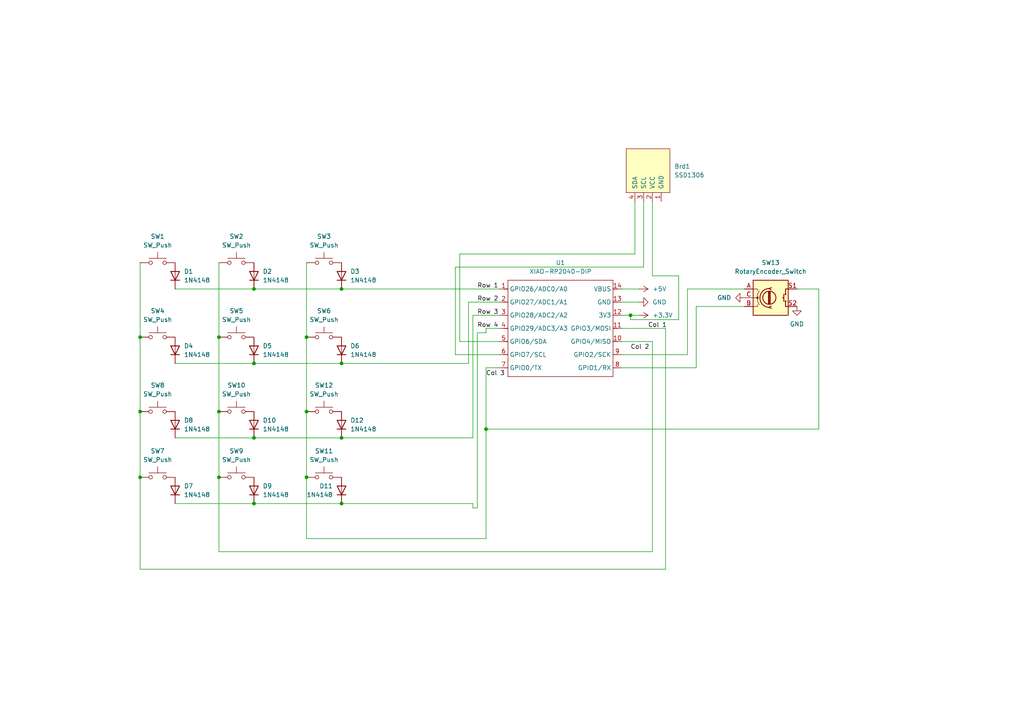
<source format=kicad_sch>
(kicad_sch
	(version 20231120)
	(generator "eeschema")
	(generator_version "8.0")
	(uuid "dcd214ad-f111-4e0e-ab44-3714d5d25f7f")
	(paper "A4")
	(lib_symbols
		(symbol "Device:RotaryEncoder_Switch"
			(pin_names
				(offset 0.254) hide)
			(exclude_from_sim no)
			(in_bom yes)
			(on_board yes)
			(property "Reference" "SW"
				(at 0 6.604 0)
				(effects
					(font
						(size 1.27 1.27)
					)
				)
			)
			(property "Value" "RotaryEncoder_Switch"
				(at 0 -6.604 0)
				(effects
					(font
						(size 1.27 1.27)
					)
				)
			)
			(property "Footprint" ""
				(at -3.81 4.064 0)
				(effects
					(font
						(size 1.27 1.27)
					)
					(hide yes)
				)
			)
			(property "Datasheet" "~"
				(at 0 6.604 0)
				(effects
					(font
						(size 1.27 1.27)
					)
					(hide yes)
				)
			)
			(property "Description" "Rotary encoder, dual channel, incremental quadrate outputs, with switch"
				(at 0 0 0)
				(effects
					(font
						(size 1.27 1.27)
					)
					(hide yes)
				)
			)
			(property "ki_keywords" "rotary switch encoder switch push button"
				(at 0 0 0)
				(effects
					(font
						(size 1.27 1.27)
					)
					(hide yes)
				)
			)
			(property "ki_fp_filters" "RotaryEncoder*Switch*"
				(at 0 0 0)
				(effects
					(font
						(size 1.27 1.27)
					)
					(hide yes)
				)
			)
			(symbol "RotaryEncoder_Switch_0_1"
				(rectangle
					(start -5.08 5.08)
					(end 5.08 -5.08)
					(stroke
						(width 0.254)
						(type default)
					)
					(fill
						(type background)
					)
				)
				(circle
					(center -3.81 0)
					(radius 0.254)
					(stroke
						(width 0)
						(type default)
					)
					(fill
						(type outline)
					)
				)
				(circle
					(center -0.381 0)
					(radius 1.905)
					(stroke
						(width 0.254)
						(type default)
					)
					(fill
						(type none)
					)
				)
				(arc
					(start -0.381 2.667)
					(mid -3.0988 -0.0635)
					(end -0.381 -2.794)
					(stroke
						(width 0.254)
						(type default)
					)
					(fill
						(type none)
					)
				)
				(polyline
					(pts
						(xy -0.635 -1.778) (xy -0.635 1.778)
					)
					(stroke
						(width 0.254)
						(type default)
					)
					(fill
						(type none)
					)
				)
				(polyline
					(pts
						(xy -0.381 -1.778) (xy -0.381 1.778)
					)
					(stroke
						(width 0.254)
						(type default)
					)
					(fill
						(type none)
					)
				)
				(polyline
					(pts
						(xy -0.127 1.778) (xy -0.127 -1.778)
					)
					(stroke
						(width 0.254)
						(type default)
					)
					(fill
						(type none)
					)
				)
				(polyline
					(pts
						(xy 3.81 0) (xy 3.429 0)
					)
					(stroke
						(width 0.254)
						(type default)
					)
					(fill
						(type none)
					)
				)
				(polyline
					(pts
						(xy 3.81 1.016) (xy 3.81 -1.016)
					)
					(stroke
						(width 0.254)
						(type default)
					)
					(fill
						(type none)
					)
				)
				(polyline
					(pts
						(xy -5.08 -2.54) (xy -3.81 -2.54) (xy -3.81 -2.032)
					)
					(stroke
						(width 0)
						(type default)
					)
					(fill
						(type none)
					)
				)
				(polyline
					(pts
						(xy -5.08 2.54) (xy -3.81 2.54) (xy -3.81 2.032)
					)
					(stroke
						(width 0)
						(type default)
					)
					(fill
						(type none)
					)
				)
				(polyline
					(pts
						(xy 0.254 -3.048) (xy -0.508 -2.794) (xy 0.127 -2.413)
					)
					(stroke
						(width 0.254)
						(type default)
					)
					(fill
						(type none)
					)
				)
				(polyline
					(pts
						(xy 0.254 2.921) (xy -0.508 2.667) (xy 0.127 2.286)
					)
					(stroke
						(width 0.254)
						(type default)
					)
					(fill
						(type none)
					)
				)
				(polyline
					(pts
						(xy 5.08 -2.54) (xy 4.318 -2.54) (xy 4.318 -1.016)
					)
					(stroke
						(width 0.254)
						(type default)
					)
					(fill
						(type none)
					)
				)
				(polyline
					(pts
						(xy 5.08 2.54) (xy 4.318 2.54) (xy 4.318 1.016)
					)
					(stroke
						(width 0.254)
						(type default)
					)
					(fill
						(type none)
					)
				)
				(polyline
					(pts
						(xy -5.08 0) (xy -3.81 0) (xy -3.81 -1.016) (xy -3.302 -2.032)
					)
					(stroke
						(width 0)
						(type default)
					)
					(fill
						(type none)
					)
				)
				(polyline
					(pts
						(xy -4.318 0) (xy -3.81 0) (xy -3.81 1.016) (xy -3.302 2.032)
					)
					(stroke
						(width 0)
						(type default)
					)
					(fill
						(type none)
					)
				)
				(circle
					(center 4.318 -1.016)
					(radius 0.127)
					(stroke
						(width 0.254)
						(type default)
					)
					(fill
						(type none)
					)
				)
				(circle
					(center 4.318 1.016)
					(radius 0.127)
					(stroke
						(width 0.254)
						(type default)
					)
					(fill
						(type none)
					)
				)
			)
			(symbol "RotaryEncoder_Switch_1_1"
				(pin passive line
					(at -7.62 2.54 0)
					(length 2.54)
					(name "A"
						(effects
							(font
								(size 1.27 1.27)
							)
						)
					)
					(number "A"
						(effects
							(font
								(size 1.27 1.27)
							)
						)
					)
				)
				(pin passive line
					(at -7.62 -2.54 0)
					(length 2.54)
					(name "B"
						(effects
							(font
								(size 1.27 1.27)
							)
						)
					)
					(number "B"
						(effects
							(font
								(size 1.27 1.27)
							)
						)
					)
				)
				(pin passive line
					(at -7.62 0 0)
					(length 2.54)
					(name "C"
						(effects
							(font
								(size 1.27 1.27)
							)
						)
					)
					(number "C"
						(effects
							(font
								(size 1.27 1.27)
							)
						)
					)
				)
				(pin passive line
					(at 7.62 2.54 180)
					(length 2.54)
					(name "S1"
						(effects
							(font
								(size 1.27 1.27)
							)
						)
					)
					(number "S1"
						(effects
							(font
								(size 1.27 1.27)
							)
						)
					)
				)
				(pin passive line
					(at 7.62 -2.54 180)
					(length 2.54)
					(name "S2"
						(effects
							(font
								(size 1.27 1.27)
							)
						)
					)
					(number "S2"
						(effects
							(font
								(size 1.27 1.27)
							)
						)
					)
				)
			)
		)
		(symbol "Diode:1N4148"
			(pin_numbers hide)
			(pin_names hide)
			(exclude_from_sim no)
			(in_bom yes)
			(on_board yes)
			(property "Reference" "D"
				(at 0 2.54 0)
				(effects
					(font
						(size 1.27 1.27)
					)
				)
			)
			(property "Value" "1N4148"
				(at 0 -2.54 0)
				(effects
					(font
						(size 1.27 1.27)
					)
				)
			)
			(property "Footprint" "Diode_THT:D_DO-35_SOD27_P7.62mm_Horizontal"
				(at 0 0 0)
				(effects
					(font
						(size 1.27 1.27)
					)
					(hide yes)
				)
			)
			(property "Datasheet" "https://assets.nexperia.com/documents/data-sheet/1N4148_1N4448.pdf"
				(at 0 0 0)
				(effects
					(font
						(size 1.27 1.27)
					)
					(hide yes)
				)
			)
			(property "Description" "100V 0.15A standard switching diode, DO-35"
				(at 0 0 0)
				(effects
					(font
						(size 1.27 1.27)
					)
					(hide yes)
				)
			)
			(property "Sim.Device" "D"
				(at 0 0 0)
				(effects
					(font
						(size 1.27 1.27)
					)
					(hide yes)
				)
			)
			(property "Sim.Pins" "1=K 2=A"
				(at 0 0 0)
				(effects
					(font
						(size 1.27 1.27)
					)
					(hide yes)
				)
			)
			(property "ki_keywords" "diode"
				(at 0 0 0)
				(effects
					(font
						(size 1.27 1.27)
					)
					(hide yes)
				)
			)
			(property "ki_fp_filters" "D*DO?35*"
				(at 0 0 0)
				(effects
					(font
						(size 1.27 1.27)
					)
					(hide yes)
				)
			)
			(symbol "1N4148_0_1"
				(polyline
					(pts
						(xy -1.27 1.27) (xy -1.27 -1.27)
					)
					(stroke
						(width 0.254)
						(type default)
					)
					(fill
						(type none)
					)
				)
				(polyline
					(pts
						(xy 1.27 0) (xy -1.27 0)
					)
					(stroke
						(width 0)
						(type default)
					)
					(fill
						(type none)
					)
				)
				(polyline
					(pts
						(xy 1.27 1.27) (xy 1.27 -1.27) (xy -1.27 0) (xy 1.27 1.27)
					)
					(stroke
						(width 0.254)
						(type default)
					)
					(fill
						(type none)
					)
				)
			)
			(symbol "1N4148_1_1"
				(pin passive line
					(at -3.81 0 0)
					(length 2.54)
					(name "K"
						(effects
							(font
								(size 1.27 1.27)
							)
						)
					)
					(number "1"
						(effects
							(font
								(size 1.27 1.27)
							)
						)
					)
				)
				(pin passive line
					(at 3.81 0 180)
					(length 2.54)
					(name "A"
						(effects
							(font
								(size 1.27 1.27)
							)
						)
					)
					(number "2"
						(effects
							(font
								(size 1.27 1.27)
							)
						)
					)
				)
			)
		)
		(symbol "OPL:XIAO-RP2040-DIP"
			(exclude_from_sim no)
			(in_bom yes)
			(on_board yes)
			(property "Reference" "U"
				(at 0 0 0)
				(effects
					(font
						(size 1.27 1.27)
					)
				)
			)
			(property "Value" "XIAO-RP2040-DIP"
				(at 5.334 -1.778 0)
				(effects
					(font
						(size 1.27 1.27)
					)
				)
			)
			(property "Footprint" "Module:MOUDLE14P-XIAO-DIP-SMD"
				(at 14.478 -32.258 0)
				(effects
					(font
						(size 1.27 1.27)
					)
					(hide yes)
				)
			)
			(property "Datasheet" ""
				(at 0 0 0)
				(effects
					(font
						(size 1.27 1.27)
					)
					(hide yes)
				)
			)
			(property "Description" ""
				(at 0 0 0)
				(effects
					(font
						(size 1.27 1.27)
					)
					(hide yes)
				)
			)
			(symbol "XIAO-RP2040-DIP_1_0"
				(polyline
					(pts
						(xy -1.27 -30.48) (xy -1.27 -16.51)
					)
					(stroke
						(width 0.1524)
						(type solid)
					)
					(fill
						(type none)
					)
				)
				(polyline
					(pts
						(xy -1.27 -27.94) (xy -2.54 -27.94)
					)
					(stroke
						(width 0.1524)
						(type solid)
					)
					(fill
						(type none)
					)
				)
				(polyline
					(pts
						(xy -1.27 -24.13) (xy -2.54 -24.13)
					)
					(stroke
						(width 0.1524)
						(type solid)
					)
					(fill
						(type none)
					)
				)
				(polyline
					(pts
						(xy -1.27 -20.32) (xy -2.54 -20.32)
					)
					(stroke
						(width 0.1524)
						(type solid)
					)
					(fill
						(type none)
					)
				)
				(polyline
					(pts
						(xy -1.27 -16.51) (xy -2.54 -16.51)
					)
					(stroke
						(width 0.1524)
						(type solid)
					)
					(fill
						(type none)
					)
				)
				(polyline
					(pts
						(xy -1.27 -16.51) (xy -1.27 -12.7)
					)
					(stroke
						(width 0.1524)
						(type solid)
					)
					(fill
						(type none)
					)
				)
				(polyline
					(pts
						(xy -1.27 -12.7) (xy -2.54 -12.7)
					)
					(stroke
						(width 0.1524)
						(type solid)
					)
					(fill
						(type none)
					)
				)
				(polyline
					(pts
						(xy -1.27 -12.7) (xy -1.27 -8.89)
					)
					(stroke
						(width 0.1524)
						(type solid)
					)
					(fill
						(type none)
					)
				)
				(polyline
					(pts
						(xy -1.27 -8.89) (xy -2.54 -8.89)
					)
					(stroke
						(width 0.1524)
						(type solid)
					)
					(fill
						(type none)
					)
				)
				(polyline
					(pts
						(xy -1.27 -8.89) (xy -1.27 -5.08)
					)
					(stroke
						(width 0.1524)
						(type solid)
					)
					(fill
						(type none)
					)
				)
				(polyline
					(pts
						(xy -1.27 -5.08) (xy -2.54 -5.08)
					)
					(stroke
						(width 0.1524)
						(type solid)
					)
					(fill
						(type none)
					)
				)
				(polyline
					(pts
						(xy -1.27 -5.08) (xy -1.27 -2.54)
					)
					(stroke
						(width 0.1524)
						(type solid)
					)
					(fill
						(type none)
					)
				)
				(polyline
					(pts
						(xy -1.27 -2.54) (xy 29.21 -2.54)
					)
					(stroke
						(width 0.1524)
						(type solid)
					)
					(fill
						(type none)
					)
				)
				(polyline
					(pts
						(xy 29.21 -30.48) (xy -1.27 -30.48)
					)
					(stroke
						(width 0.1524)
						(type solid)
					)
					(fill
						(type none)
					)
				)
				(polyline
					(pts
						(xy 29.21 -12.7) (xy 29.21 -30.48)
					)
					(stroke
						(width 0.1524)
						(type solid)
					)
					(fill
						(type none)
					)
				)
				(polyline
					(pts
						(xy 29.21 -8.89) (xy 29.21 -12.7)
					)
					(stroke
						(width 0.1524)
						(type solid)
					)
					(fill
						(type none)
					)
				)
				(polyline
					(pts
						(xy 29.21 -5.08) (xy 29.21 -8.89)
					)
					(stroke
						(width 0.1524)
						(type solid)
					)
					(fill
						(type none)
					)
				)
				(polyline
					(pts
						(xy 29.21 -2.54) (xy 29.21 -5.08)
					)
					(stroke
						(width 0.1524)
						(type solid)
					)
					(fill
						(type none)
					)
				)
				(polyline
					(pts
						(xy 30.48 -27.94) (xy 29.21 -27.94)
					)
					(stroke
						(width 0.1524)
						(type solid)
					)
					(fill
						(type none)
					)
				)
				(polyline
					(pts
						(xy 30.48 -24.13) (xy 29.21 -24.13)
					)
					(stroke
						(width 0.1524)
						(type solid)
					)
					(fill
						(type none)
					)
				)
				(polyline
					(pts
						(xy 30.48 -20.32) (xy 29.21 -20.32)
					)
					(stroke
						(width 0.1524)
						(type solid)
					)
					(fill
						(type none)
					)
				)
				(polyline
					(pts
						(xy 30.48 -16.51) (xy 29.21 -16.51)
					)
					(stroke
						(width 0.1524)
						(type solid)
					)
					(fill
						(type none)
					)
				)
				(polyline
					(pts
						(xy 30.48 -12.7) (xy 29.21 -12.7)
					)
					(stroke
						(width 0.1524)
						(type solid)
					)
					(fill
						(type none)
					)
				)
				(polyline
					(pts
						(xy 30.48 -8.89) (xy 29.21 -8.89)
					)
					(stroke
						(width 0.1524)
						(type solid)
					)
					(fill
						(type none)
					)
				)
				(polyline
					(pts
						(xy 30.48 -5.08) (xy 29.21 -5.08)
					)
					(stroke
						(width 0.1524)
						(type solid)
					)
					(fill
						(type none)
					)
				)
				(pin passive line
					(at -3.81 -5.08 0)
					(length 2.54)
					(name "GPIO26/ADC0/A0"
						(effects
							(font
								(size 1.27 1.27)
							)
						)
					)
					(number "1"
						(effects
							(font
								(size 1.27 1.27)
							)
						)
					)
				)
				(pin passive line
					(at 31.75 -20.32 180)
					(length 2.54)
					(name "GPIO4/MISO"
						(effects
							(font
								(size 1.27 1.27)
							)
						)
					)
					(number "10"
						(effects
							(font
								(size 1.27 1.27)
							)
						)
					)
				)
				(pin passive line
					(at 31.75 -16.51 180)
					(length 2.54)
					(name "GPIO3/MOSI"
						(effects
							(font
								(size 1.27 1.27)
							)
						)
					)
					(number "11"
						(effects
							(font
								(size 1.27 1.27)
							)
						)
					)
				)
				(pin passive line
					(at 31.75 -12.7 180)
					(length 2.54)
					(name "3V3"
						(effects
							(font
								(size 1.27 1.27)
							)
						)
					)
					(number "12"
						(effects
							(font
								(size 1.27 1.27)
							)
						)
					)
				)
				(pin passive line
					(at 31.75 -8.89 180)
					(length 2.54)
					(name "GND"
						(effects
							(font
								(size 1.27 1.27)
							)
						)
					)
					(number "13"
						(effects
							(font
								(size 1.27 1.27)
							)
						)
					)
				)
				(pin passive line
					(at 31.75 -5.08 180)
					(length 2.54)
					(name "VBUS"
						(effects
							(font
								(size 1.27 1.27)
							)
						)
					)
					(number "14"
						(effects
							(font
								(size 1.27 1.27)
							)
						)
					)
				)
				(pin passive line
					(at -3.81 -8.89 0)
					(length 2.54)
					(name "GPIO27/ADC1/A1"
						(effects
							(font
								(size 1.27 1.27)
							)
						)
					)
					(number "2"
						(effects
							(font
								(size 1.27 1.27)
							)
						)
					)
				)
				(pin passive line
					(at -3.81 -12.7 0)
					(length 2.54)
					(name "GPIO28/ADC2/A2"
						(effects
							(font
								(size 1.27 1.27)
							)
						)
					)
					(number "3"
						(effects
							(font
								(size 1.27 1.27)
							)
						)
					)
				)
				(pin passive line
					(at -3.81 -16.51 0)
					(length 2.54)
					(name "GPIO29/ADC3/A3"
						(effects
							(font
								(size 1.27 1.27)
							)
						)
					)
					(number "4"
						(effects
							(font
								(size 1.27 1.27)
							)
						)
					)
				)
				(pin passive line
					(at -3.81 -20.32 0)
					(length 2.54)
					(name "GPIO6/SDA"
						(effects
							(font
								(size 1.27 1.27)
							)
						)
					)
					(number "5"
						(effects
							(font
								(size 1.27 1.27)
							)
						)
					)
				)
				(pin passive line
					(at -3.81 -24.13 0)
					(length 2.54)
					(name "GPIO7/SCL"
						(effects
							(font
								(size 1.27 1.27)
							)
						)
					)
					(number "6"
						(effects
							(font
								(size 1.27 1.27)
							)
						)
					)
				)
				(pin passive line
					(at -3.81 -27.94 0)
					(length 2.54)
					(name "GPIO0/TX"
						(effects
							(font
								(size 1.27 1.27)
							)
						)
					)
					(number "7"
						(effects
							(font
								(size 1.27 1.27)
							)
						)
					)
				)
				(pin passive line
					(at 31.75 -27.94 180)
					(length 2.54)
					(name "GPIO1/RX"
						(effects
							(font
								(size 1.27 1.27)
							)
						)
					)
					(number "8"
						(effects
							(font
								(size 1.27 1.27)
							)
						)
					)
				)
				(pin passive line
					(at 31.75 -24.13 180)
					(length 2.54)
					(name "GPIO2/SCK"
						(effects
							(font
								(size 1.27 1.27)
							)
						)
					)
					(number "9"
						(effects
							(font
								(size 1.27 1.27)
							)
						)
					)
				)
			)
		)
		(symbol "SSD1306:SSD1306"
			(pin_names
				(offset 1.016)
			)
			(exclude_from_sim no)
			(in_bom yes)
			(on_board yes)
			(property "Reference" "Brd"
				(at 0 -3.81 0)
				(effects
					(font
						(size 1.27 1.27)
					)
				)
			)
			(property "Value" "SSD1306"
				(at 0 -1.27 0)
				(effects
					(font
						(size 1.27 1.27)
					)
				)
			)
			(property "Footprint" ""
				(at 0 6.35 0)
				(effects
					(font
						(size 1.27 1.27)
					)
					(hide yes)
				)
			)
			(property "Datasheet" ""
				(at 0 6.35 0)
				(effects
					(font
						(size 1.27 1.27)
					)
					(hide yes)
				)
			)
			(property "Description" "SSD1306 OLED"
				(at 0 0 0)
				(effects
					(font
						(size 1.27 1.27)
					)
					(hide yes)
				)
			)
			(property "ki_keywords" "SSD1306"
				(at 0 0 0)
				(effects
					(font
						(size 1.27 1.27)
					)
					(hide yes)
				)
			)
			(property "ki_fp_filters" "SSD1306-128x64_OLED:SSD1306"
				(at 0 0 0)
				(effects
					(font
						(size 1.27 1.27)
					)
					(hide yes)
				)
			)
			(symbol "SSD1306_0_1"
				(rectangle
					(start -6.35 6.35)
					(end 6.35 -6.35)
					(stroke
						(width 0)
						(type solid)
					)
					(fill
						(type background)
					)
				)
			)
			(symbol "SSD1306_1_1"
				(pin input line
					(at -3.81 8.89 270)
					(length 2.54)
					(name "GND"
						(effects
							(font
								(size 1.27 1.27)
							)
						)
					)
					(number "1"
						(effects
							(font
								(size 1.27 1.27)
							)
						)
					)
				)
				(pin input line
					(at -1.27 8.89 270)
					(length 2.54)
					(name "VCC"
						(effects
							(font
								(size 1.27 1.27)
							)
						)
					)
					(number "2"
						(effects
							(font
								(size 1.27 1.27)
							)
						)
					)
				)
				(pin input line
					(at 1.27 8.89 270)
					(length 2.54)
					(name "SCL"
						(effects
							(font
								(size 1.27 1.27)
							)
						)
					)
					(number "3"
						(effects
							(font
								(size 1.27 1.27)
							)
						)
					)
				)
				(pin input line
					(at 3.81 8.89 270)
					(length 2.54)
					(name "SDA"
						(effects
							(font
								(size 1.27 1.27)
							)
						)
					)
					(number "4"
						(effects
							(font
								(size 1.27 1.27)
							)
						)
					)
				)
			)
		)
		(symbol "Switch:SW_Push"
			(pin_numbers hide)
			(pin_names
				(offset 1.016) hide)
			(exclude_from_sim no)
			(in_bom yes)
			(on_board yes)
			(property "Reference" "SW"
				(at 1.27 2.54 0)
				(effects
					(font
						(size 1.27 1.27)
					)
					(justify left)
				)
			)
			(property "Value" "SW_Push"
				(at 0 -1.524 0)
				(effects
					(font
						(size 1.27 1.27)
					)
				)
			)
			(property "Footprint" ""
				(at 0 5.08 0)
				(effects
					(font
						(size 1.27 1.27)
					)
					(hide yes)
				)
			)
			(property "Datasheet" "~"
				(at 0 5.08 0)
				(effects
					(font
						(size 1.27 1.27)
					)
					(hide yes)
				)
			)
			(property "Description" "Push button switch, generic, two pins"
				(at 0 0 0)
				(effects
					(font
						(size 1.27 1.27)
					)
					(hide yes)
				)
			)
			(property "ki_keywords" "switch normally-open pushbutton push-button"
				(at 0 0 0)
				(effects
					(font
						(size 1.27 1.27)
					)
					(hide yes)
				)
			)
			(symbol "SW_Push_0_1"
				(circle
					(center -2.032 0)
					(radius 0.508)
					(stroke
						(width 0)
						(type default)
					)
					(fill
						(type none)
					)
				)
				(polyline
					(pts
						(xy 0 1.27) (xy 0 3.048)
					)
					(stroke
						(width 0)
						(type default)
					)
					(fill
						(type none)
					)
				)
				(polyline
					(pts
						(xy 2.54 1.27) (xy -2.54 1.27)
					)
					(stroke
						(width 0)
						(type default)
					)
					(fill
						(type none)
					)
				)
				(circle
					(center 2.032 0)
					(radius 0.508)
					(stroke
						(width 0)
						(type default)
					)
					(fill
						(type none)
					)
				)
				(pin passive line
					(at -5.08 0 0)
					(length 2.54)
					(name "1"
						(effects
							(font
								(size 1.27 1.27)
							)
						)
					)
					(number "1"
						(effects
							(font
								(size 1.27 1.27)
							)
						)
					)
				)
				(pin passive line
					(at 5.08 0 180)
					(length 2.54)
					(name "2"
						(effects
							(font
								(size 1.27 1.27)
							)
						)
					)
					(number "2"
						(effects
							(font
								(size 1.27 1.27)
							)
						)
					)
				)
			)
		)
		(symbol "power:+3.3V"
			(power)
			(pin_numbers hide)
			(pin_names
				(offset 0) hide)
			(exclude_from_sim no)
			(in_bom yes)
			(on_board yes)
			(property "Reference" "#PWR"
				(at 0 -3.81 0)
				(effects
					(font
						(size 1.27 1.27)
					)
					(hide yes)
				)
			)
			(property "Value" "+3.3V"
				(at 0 3.556 0)
				(effects
					(font
						(size 1.27 1.27)
					)
				)
			)
			(property "Footprint" ""
				(at 0 0 0)
				(effects
					(font
						(size 1.27 1.27)
					)
					(hide yes)
				)
			)
			(property "Datasheet" ""
				(at 0 0 0)
				(effects
					(font
						(size 1.27 1.27)
					)
					(hide yes)
				)
			)
			(property "Description" "Power symbol creates a global label with name \"+3.3V\""
				(at 0 0 0)
				(effects
					(font
						(size 1.27 1.27)
					)
					(hide yes)
				)
			)
			(property "ki_keywords" "global power"
				(at 0 0 0)
				(effects
					(font
						(size 1.27 1.27)
					)
					(hide yes)
				)
			)
			(symbol "+3.3V_0_1"
				(polyline
					(pts
						(xy -0.762 1.27) (xy 0 2.54)
					)
					(stroke
						(width 0)
						(type default)
					)
					(fill
						(type none)
					)
				)
				(polyline
					(pts
						(xy 0 0) (xy 0 2.54)
					)
					(stroke
						(width 0)
						(type default)
					)
					(fill
						(type none)
					)
				)
				(polyline
					(pts
						(xy 0 2.54) (xy 0.762 1.27)
					)
					(stroke
						(width 0)
						(type default)
					)
					(fill
						(type none)
					)
				)
			)
			(symbol "+3.3V_1_1"
				(pin power_in line
					(at 0 0 90)
					(length 0)
					(name "~"
						(effects
							(font
								(size 1.27 1.27)
							)
						)
					)
					(number "1"
						(effects
							(font
								(size 1.27 1.27)
							)
						)
					)
				)
			)
		)
		(symbol "power:+5V"
			(power)
			(pin_numbers hide)
			(pin_names
				(offset 0) hide)
			(exclude_from_sim no)
			(in_bom yes)
			(on_board yes)
			(property "Reference" "#PWR"
				(at 0 -3.81 0)
				(effects
					(font
						(size 1.27 1.27)
					)
					(hide yes)
				)
			)
			(property "Value" "+5V"
				(at 0 3.556 0)
				(effects
					(font
						(size 1.27 1.27)
					)
				)
			)
			(property "Footprint" ""
				(at 0 0 0)
				(effects
					(font
						(size 1.27 1.27)
					)
					(hide yes)
				)
			)
			(property "Datasheet" ""
				(at 0 0 0)
				(effects
					(font
						(size 1.27 1.27)
					)
					(hide yes)
				)
			)
			(property "Description" "Power symbol creates a global label with name \"+5V\""
				(at 0 0 0)
				(effects
					(font
						(size 1.27 1.27)
					)
					(hide yes)
				)
			)
			(property "ki_keywords" "global power"
				(at 0 0 0)
				(effects
					(font
						(size 1.27 1.27)
					)
					(hide yes)
				)
			)
			(symbol "+5V_0_1"
				(polyline
					(pts
						(xy -0.762 1.27) (xy 0 2.54)
					)
					(stroke
						(width 0)
						(type default)
					)
					(fill
						(type none)
					)
				)
				(polyline
					(pts
						(xy 0 0) (xy 0 2.54)
					)
					(stroke
						(width 0)
						(type default)
					)
					(fill
						(type none)
					)
				)
				(polyline
					(pts
						(xy 0 2.54) (xy 0.762 1.27)
					)
					(stroke
						(width 0)
						(type default)
					)
					(fill
						(type none)
					)
				)
			)
			(symbol "+5V_1_1"
				(pin power_in line
					(at 0 0 90)
					(length 0)
					(name "~"
						(effects
							(font
								(size 1.27 1.27)
							)
						)
					)
					(number "1"
						(effects
							(font
								(size 1.27 1.27)
							)
						)
					)
				)
			)
		)
		(symbol "power:GND"
			(power)
			(pin_numbers hide)
			(pin_names
				(offset 0) hide)
			(exclude_from_sim no)
			(in_bom yes)
			(on_board yes)
			(property "Reference" "#PWR"
				(at 0 -6.35 0)
				(effects
					(font
						(size 1.27 1.27)
					)
					(hide yes)
				)
			)
			(property "Value" "GND"
				(at 0 -3.81 0)
				(effects
					(font
						(size 1.27 1.27)
					)
				)
			)
			(property "Footprint" ""
				(at 0 0 0)
				(effects
					(font
						(size 1.27 1.27)
					)
					(hide yes)
				)
			)
			(property "Datasheet" ""
				(at 0 0 0)
				(effects
					(font
						(size 1.27 1.27)
					)
					(hide yes)
				)
			)
			(property "Description" "Power symbol creates a global label with name \"GND\" , ground"
				(at 0 0 0)
				(effects
					(font
						(size 1.27 1.27)
					)
					(hide yes)
				)
			)
			(property "ki_keywords" "global power"
				(at 0 0 0)
				(effects
					(font
						(size 1.27 1.27)
					)
					(hide yes)
				)
			)
			(symbol "GND_0_1"
				(polyline
					(pts
						(xy 0 0) (xy 0 -1.27) (xy 1.27 -1.27) (xy 0 -2.54) (xy -1.27 -1.27) (xy 0 -1.27)
					)
					(stroke
						(width 0)
						(type default)
					)
					(fill
						(type none)
					)
				)
			)
			(symbol "GND_1_1"
				(pin power_in line
					(at 0 0 270)
					(length 0)
					(name "~"
						(effects
							(font
								(size 1.27 1.27)
							)
						)
					)
					(number "1"
						(effects
							(font
								(size 1.27 1.27)
							)
						)
					)
				)
			)
		)
	)
	(junction
		(at 73.66 105.41)
		(diameter 0)
		(color 0 0 0 0)
		(uuid "06fb36c5-53f8-4add-819e-195a3672adc7")
	)
	(junction
		(at 73.66 146.05)
		(diameter 0)
		(color 0 0 0 0)
		(uuid "0c7b9924-f703-44b9-883e-24b6930ccf04")
	)
	(junction
		(at 99.06 127)
		(diameter 0)
		(color 0 0 0 0)
		(uuid "1716eac1-636f-458c-bdfe-9ca54b6ff079")
	)
	(junction
		(at 40.64 97.79)
		(diameter 0)
		(color 0 0 0 0)
		(uuid "24e8acce-90bb-4106-9076-43d5331f6e60")
	)
	(junction
		(at 99.06 146.05)
		(diameter 0)
		(color 0 0 0 0)
		(uuid "2fda1cb1-94b0-4d11-a63f-dd3d51e5a4b3")
	)
	(junction
		(at 140.97 124.46)
		(diameter 0)
		(color 0 0 0 0)
		(uuid "4d0abaee-b796-4bb9-8759-74d7a6190ffe")
	)
	(junction
		(at 88.9 119.38)
		(diameter 0)
		(color 0 0 0 0)
		(uuid "7b8e6cab-9b13-4b67-b787-50dc87b8b3f6")
	)
	(junction
		(at 63.5 138.43)
		(diameter 0)
		(color 0 0 0 0)
		(uuid "7bfdebbc-acbc-4741-acdb-2a3d0a0bd2f5")
	)
	(junction
		(at 88.9 138.43)
		(diameter 0)
		(color 0 0 0 0)
		(uuid "8b460d35-a049-4806-a1d3-33814f45fa13")
	)
	(junction
		(at 63.5 97.79)
		(diameter 0)
		(color 0 0 0 0)
		(uuid "8b53474d-5e2c-4ecd-af64-60df2b94527a")
	)
	(junction
		(at 63.5 119.38)
		(diameter 0)
		(color 0 0 0 0)
		(uuid "8b901865-9f14-432d-b54d-3048e067df95")
	)
	(junction
		(at 99.06 83.82)
		(diameter 0)
		(color 0 0 0 0)
		(uuid "8f412293-fdf0-4051-a47a-f5d40568e056")
	)
	(junction
		(at 40.64 138.43)
		(diameter 0)
		(color 0 0 0 0)
		(uuid "9343f180-1872-4601-8b3e-b0ba8554ef76")
	)
	(junction
		(at 99.06 105.41)
		(diameter 0)
		(color 0 0 0 0)
		(uuid "a87648c4-43ab-428f-9e29-66646777794c")
	)
	(junction
		(at 40.64 119.38)
		(diameter 0)
		(color 0 0 0 0)
		(uuid "b3aff3cb-d9b0-4d81-b950-ada01af5118c")
	)
	(junction
		(at 73.66 127)
		(diameter 0)
		(color 0 0 0 0)
		(uuid "bfb334e3-dfde-4623-acac-b74867adc746")
	)
	(junction
		(at 73.66 83.82)
		(diameter 0)
		(color 0 0 0 0)
		(uuid "c02982a5-32d9-4f28-ba7f-6cd8214515f2")
	)
	(junction
		(at 88.9 97.79)
		(diameter 0)
		(color 0 0 0 0)
		(uuid "c135291f-b6b8-48bb-97ed-906d692c433a")
	)
	(junction
		(at 182.88 91.44)
		(diameter 0)
		(color 0 0 0 0)
		(uuid "c84add57-7202-4401-bb2a-1303f0e1d8dc")
	)
	(wire
		(pts
			(xy 189.23 99.06) (xy 180.34 99.06)
		)
		(stroke
			(width 0)
			(type default)
		)
		(uuid "0148d0d5-7a6f-47a4-9318-0e5f321893ca")
	)
	(wire
		(pts
			(xy 40.64 97.79) (xy 40.64 119.38)
		)
		(stroke
			(width 0)
			(type default)
		)
		(uuid "02362587-fcf4-4d84-9e2f-f8af15728d5f")
	)
	(wire
		(pts
			(xy 199.39 83.82) (xy 199.39 102.87)
		)
		(stroke
			(width 0)
			(type default)
		)
		(uuid "087f8494-313c-407a-961b-e440a7e18dca")
	)
	(wire
		(pts
			(xy 140.97 106.68) (xy 144.78 106.68)
		)
		(stroke
			(width 0)
			(type default)
		)
		(uuid "091b8c44-25a9-4e1e-812b-40fb107d9ba8")
	)
	(wire
		(pts
			(xy 63.5 97.79) (xy 63.5 119.38)
		)
		(stroke
			(width 0)
			(type default)
		)
		(uuid "0b7ac4b0-0db5-4be3-a00d-4d0cfc0d1cc2")
	)
	(wire
		(pts
			(xy 88.9 76.2) (xy 88.9 97.79)
		)
		(stroke
			(width 0)
			(type default)
		)
		(uuid "0f680ffb-ba0d-401f-be34-48d26e0a4311")
	)
	(wire
		(pts
			(xy 182.88 92.71) (xy 182.88 91.44)
		)
		(stroke
			(width 0)
			(type default)
		)
		(uuid "10c653d8-787e-41cd-b430-ed833b6eb50d")
	)
	(wire
		(pts
			(xy 138.43 96.52) (xy 140.97 96.52)
		)
		(stroke
			(width 0)
			(type default)
		)
		(uuid "14f8f94c-0274-4f82-bee4-33ec16cc9ae2")
	)
	(wire
		(pts
			(xy 137.16 146.05) (xy 99.06 146.05)
		)
		(stroke
			(width 0)
			(type default)
		)
		(uuid "19a8d39f-736f-4c9c-81ea-91d4f9091568")
	)
	(wire
		(pts
			(xy 185.42 87.63) (xy 180.34 87.63)
		)
		(stroke
			(width 0)
			(type default)
		)
		(uuid "1adab3cd-36f7-41f8-b17b-8a89d1a5d5af")
	)
	(wire
		(pts
			(xy 140.97 95.25) (xy 144.78 95.25)
		)
		(stroke
			(width 0)
			(type default)
		)
		(uuid "1ae6f51e-8a62-441b-888f-efda31cb8f87")
	)
	(wire
		(pts
			(xy 40.64 165.1) (xy 193.04 165.1)
		)
		(stroke
			(width 0)
			(type default)
		)
		(uuid "1e5bcf97-9fb7-4f55-b881-18c47ceb31fc")
	)
	(wire
		(pts
			(xy 137.16 91.44) (xy 137.16 127)
		)
		(stroke
			(width 0)
			(type default)
		)
		(uuid "2840a853-c5e5-4460-b13b-e359a5d81e19")
	)
	(wire
		(pts
			(xy 132.08 102.87) (xy 144.78 102.87)
		)
		(stroke
			(width 0)
			(type default)
		)
		(uuid "2cfc7041-efd4-447d-a595-09bc5835c1c9")
	)
	(wire
		(pts
			(xy 50.8 83.82) (xy 73.66 83.82)
		)
		(stroke
			(width 0)
			(type default)
		)
		(uuid "2eacd82f-4d82-4dd8-a74d-372a33d1a4d1")
	)
	(wire
		(pts
			(xy 137.16 91.44) (xy 144.78 91.44)
		)
		(stroke
			(width 0)
			(type default)
		)
		(uuid "30912acc-a528-4758-93c8-5599aef3d144")
	)
	(wire
		(pts
			(xy 88.9 97.79) (xy 88.9 119.38)
		)
		(stroke
			(width 0)
			(type default)
		)
		(uuid "326fd7a7-9a37-4f7c-bcd1-b1c72057552a")
	)
	(wire
		(pts
			(xy 138.43 96.52) (xy 138.43 147.32)
		)
		(stroke
			(width 0)
			(type default)
		)
		(uuid "358de3d4-343d-447f-8d22-156fdd04b712")
	)
	(wire
		(pts
			(xy 73.66 105.41) (xy 99.06 105.41)
		)
		(stroke
			(width 0)
			(type default)
		)
		(uuid "37011d05-2202-4249-987b-54b75f8e25dd")
	)
	(wire
		(pts
			(xy 99.06 83.82) (xy 144.78 83.82)
		)
		(stroke
			(width 0)
			(type default)
		)
		(uuid "37de8893-1b8a-4c8e-8298-21a0a655ef57")
	)
	(wire
		(pts
			(xy 215.9 83.82) (xy 199.39 83.82)
		)
		(stroke
			(width 0)
			(type default)
		)
		(uuid "3a8402de-a57b-429b-bf20-b0e66ee133b2")
	)
	(wire
		(pts
			(xy 63.5 76.2) (xy 63.5 97.79)
		)
		(stroke
			(width 0)
			(type default)
		)
		(uuid "40172357-1bc7-48c4-a22d-654b34b3cf36")
	)
	(wire
		(pts
			(xy 193.04 95.25) (xy 193.04 165.1)
		)
		(stroke
			(width 0)
			(type default)
		)
		(uuid "4159f789-2309-47a0-8cde-a7438858e994")
	)
	(wire
		(pts
			(xy 137.16 147.32) (xy 138.43 147.32)
		)
		(stroke
			(width 0)
			(type default)
		)
		(uuid "498e9887-46d5-4643-a7ff-9f807502c81f")
	)
	(wire
		(pts
			(xy 132.08 77.47) (xy 132.08 102.87)
		)
		(stroke
			(width 0)
			(type default)
		)
		(uuid "4fac3311-5301-4f90-89fa-ee0bee94d711")
	)
	(wire
		(pts
			(xy 189.23 58.42) (xy 189.23 80.01)
		)
		(stroke
			(width 0)
			(type default)
		)
		(uuid "4fc6f692-7d11-40d5-867e-4634cebdd4cc")
	)
	(wire
		(pts
			(xy 231.14 83.82) (xy 237.49 83.82)
		)
		(stroke
			(width 0)
			(type default)
		)
		(uuid "55ec6fc0-383f-469b-8870-2d15c7fa118b")
	)
	(wire
		(pts
			(xy 73.66 83.82) (xy 99.06 83.82)
		)
		(stroke
			(width 0)
			(type default)
		)
		(uuid "56711226-67ed-49d7-a1ad-64218ef775fb")
	)
	(wire
		(pts
			(xy 140.97 124.46) (xy 140.97 106.68)
		)
		(stroke
			(width 0)
			(type default)
		)
		(uuid "56788126-6a9b-4b6d-a1c9-4257d0f5d0fe")
	)
	(wire
		(pts
			(xy 137.16 147.32) (xy 137.16 146.05)
		)
		(stroke
			(width 0)
			(type default)
		)
		(uuid "5c29615a-ca97-4671-89e4-ffc3881d1c72")
	)
	(wire
		(pts
			(xy 50.8 105.41) (xy 73.66 105.41)
		)
		(stroke
			(width 0)
			(type default)
		)
		(uuid "5dffb8f2-45bb-49fb-8930-febab95bf3b4")
	)
	(wire
		(pts
			(xy 184.15 73.66) (xy 133.35 73.66)
		)
		(stroke
			(width 0)
			(type default)
		)
		(uuid "62c71674-99a0-46f0-a4bd-c594a4157ba5")
	)
	(wire
		(pts
			(xy 40.64 119.38) (xy 40.64 138.43)
		)
		(stroke
			(width 0)
			(type default)
		)
		(uuid "72ddcff4-8246-4628-a4be-2ce1229c531e")
	)
	(wire
		(pts
			(xy 133.35 99.06) (xy 144.78 99.06)
		)
		(stroke
			(width 0)
			(type default)
		)
		(uuid "74d3be04-1bd0-4246-9b0b-d6ee8fe5a39f")
	)
	(wire
		(pts
			(xy 99.06 127) (xy 137.16 127)
		)
		(stroke
			(width 0)
			(type default)
		)
		(uuid "81b4888b-14da-491c-bf80-9c61dfa88380")
	)
	(wire
		(pts
			(xy 63.5 160.02) (xy 189.23 160.02)
		)
		(stroke
			(width 0)
			(type default)
		)
		(uuid "89219398-d01d-4271-a22b-a51d064fb499")
	)
	(wire
		(pts
			(xy 196.85 80.01) (xy 196.85 92.71)
		)
		(stroke
			(width 0)
			(type default)
		)
		(uuid "8acdc423-13e4-48f9-ac9b-1e50cae93cae")
	)
	(wire
		(pts
			(xy 215.9 88.9) (xy 201.93 88.9)
		)
		(stroke
			(width 0)
			(type default)
		)
		(uuid "8d8920cf-ae80-4f7b-ade8-316d17f991c5")
	)
	(wire
		(pts
			(xy 88.9 138.43) (xy 88.9 156.21)
		)
		(stroke
			(width 0)
			(type default)
		)
		(uuid "91887165-98f4-4fe6-b369-0368aaf11d16")
	)
	(wire
		(pts
			(xy 99.06 105.41) (xy 135.89 105.41)
		)
		(stroke
			(width 0)
			(type default)
		)
		(uuid "93d7a08f-e92d-472a-beab-efe43db610d6")
	)
	(wire
		(pts
			(xy 201.93 88.9) (xy 201.93 106.68)
		)
		(stroke
			(width 0)
			(type default)
		)
		(uuid "95a2d5f5-4b09-43b5-b560-e11a4ab8de5e")
	)
	(wire
		(pts
			(xy 73.66 127) (xy 99.06 127)
		)
		(stroke
			(width 0)
			(type default)
		)
		(uuid "9782b06f-233b-461f-8b8d-85e7db109cb3")
	)
	(wire
		(pts
			(xy 135.89 87.63) (xy 135.89 105.41)
		)
		(stroke
			(width 0)
			(type default)
		)
		(uuid "9de7cf48-ff29-46f4-aff0-27c5ff62a15c")
	)
	(wire
		(pts
			(xy 140.97 96.52) (xy 140.97 95.25)
		)
		(stroke
			(width 0)
			(type default)
		)
		(uuid "9e959bce-da78-4d8e-8761-4f2e80aa49bb")
	)
	(wire
		(pts
			(xy 237.49 83.82) (xy 237.49 124.46)
		)
		(stroke
			(width 0)
			(type default)
		)
		(uuid "9ed59d95-1140-4ccc-89c1-0cad4f773941")
	)
	(wire
		(pts
			(xy 73.66 146.05) (xy 99.06 146.05)
		)
		(stroke
			(width 0)
			(type default)
		)
		(uuid "9f036d68-f42a-4b57-9569-02f29c56a68c")
	)
	(wire
		(pts
			(xy 135.89 87.63) (xy 144.78 87.63)
		)
		(stroke
			(width 0)
			(type default)
		)
		(uuid "a036c750-0f71-40d4-b153-9ac47303cdab")
	)
	(wire
		(pts
			(xy 88.9 156.21) (xy 140.97 156.21)
		)
		(stroke
			(width 0)
			(type default)
		)
		(uuid "a3c54a60-e051-4d83-8cf3-730ca846a75e")
	)
	(wire
		(pts
			(xy 186.69 77.47) (xy 132.08 77.47)
		)
		(stroke
			(width 0)
			(type default)
		)
		(uuid "a6e2be48-1d94-4044-af4c-1131097698f1")
	)
	(wire
		(pts
			(xy 185.42 83.82) (xy 180.34 83.82)
		)
		(stroke
			(width 0)
			(type default)
		)
		(uuid "a72bb7fc-dc75-4dbd-b6c2-3522e33b5aff")
	)
	(wire
		(pts
			(xy 88.9 119.38) (xy 88.9 138.43)
		)
		(stroke
			(width 0)
			(type default)
		)
		(uuid "ae420af0-52df-4779-b0de-e5ad98691dea")
	)
	(wire
		(pts
			(xy 182.88 91.44) (xy 180.34 91.44)
		)
		(stroke
			(width 0)
			(type default)
		)
		(uuid "b170576e-5e6e-47c4-b9e9-b73041bfeea8")
	)
	(wire
		(pts
			(xy 184.15 58.42) (xy 184.15 73.66)
		)
		(stroke
			(width 0)
			(type default)
		)
		(uuid "b5cc9d4c-82bf-47af-b53c-a3eeebc973e3")
	)
	(wire
		(pts
			(xy 196.85 92.71) (xy 182.88 92.71)
		)
		(stroke
			(width 0)
			(type default)
		)
		(uuid "b952b4d7-7710-4772-a8f3-a84716e93008")
	)
	(wire
		(pts
			(xy 189.23 80.01) (xy 196.85 80.01)
		)
		(stroke
			(width 0)
			(type default)
		)
		(uuid "bb27a514-8bf6-444e-9fec-81238ac5ce9b")
	)
	(wire
		(pts
			(xy 63.5 119.38) (xy 63.5 138.43)
		)
		(stroke
			(width 0)
			(type default)
		)
		(uuid "bc45f499-1277-4006-a509-40f805c69553")
	)
	(wire
		(pts
			(xy 189.23 160.02) (xy 189.23 99.06)
		)
		(stroke
			(width 0)
			(type default)
		)
		(uuid "c691eb53-c3d9-4f9a-8ea0-542701a1ce66")
	)
	(wire
		(pts
			(xy 185.42 91.44) (xy 182.88 91.44)
		)
		(stroke
			(width 0)
			(type default)
		)
		(uuid "c81f92d7-a4d4-459e-a349-7bf2279a84ad")
	)
	(wire
		(pts
			(xy 40.64 138.43) (xy 40.64 165.1)
		)
		(stroke
			(width 0)
			(type default)
		)
		(uuid "c8f305e1-8fef-4bc3-bc6e-d6b75029cd7c")
	)
	(wire
		(pts
			(xy 193.04 95.25) (xy 180.34 95.25)
		)
		(stroke
			(width 0)
			(type default)
		)
		(uuid "d013b07f-0f36-4255-b488-4acc2cecb876")
	)
	(wire
		(pts
			(xy 140.97 156.21) (xy 140.97 124.46)
		)
		(stroke
			(width 0)
			(type default)
		)
		(uuid "d30ed2be-2c7c-4399-b08b-846a0465f069")
	)
	(wire
		(pts
			(xy 50.8 146.05) (xy 73.66 146.05)
		)
		(stroke
			(width 0)
			(type default)
		)
		(uuid "d3d048a8-fa99-4934-8f89-0dfa3021b254")
	)
	(wire
		(pts
			(xy 199.39 102.87) (xy 180.34 102.87)
		)
		(stroke
			(width 0)
			(type default)
		)
		(uuid "db2073b6-f2e6-4590-a959-f7c7f0940cfa")
	)
	(wire
		(pts
			(xy 133.35 73.66) (xy 133.35 99.06)
		)
		(stroke
			(width 0)
			(type default)
		)
		(uuid "dce9ecc0-679c-4b73-9b95-b2eb28cdbbea")
	)
	(wire
		(pts
			(xy 63.5 138.43) (xy 63.5 160.02)
		)
		(stroke
			(width 0)
			(type default)
		)
		(uuid "ea75b69a-83fd-4602-938f-0e9c9d47f93a")
	)
	(wire
		(pts
			(xy 40.64 76.2) (xy 40.64 97.79)
		)
		(stroke
			(width 0)
			(type default)
		)
		(uuid "eecc39b1-c2f0-47eb-9b61-bc5714f62ec5")
	)
	(wire
		(pts
			(xy 186.69 58.42) (xy 186.69 77.47)
		)
		(stroke
			(width 0)
			(type default)
		)
		(uuid "f02a1d34-765a-4f89-ae83-2700d0819b51")
	)
	(wire
		(pts
			(xy 201.93 106.68) (xy 180.34 106.68)
		)
		(stroke
			(width 0)
			(type default)
		)
		(uuid "f28a9371-7ef2-49d2-8799-a75178f03916")
	)
	(wire
		(pts
			(xy 237.49 124.46) (xy 140.97 124.46)
		)
		(stroke
			(width 0)
			(type default)
		)
		(uuid "faf5b7bf-8703-4b37-8429-9d79048a0b82")
	)
	(wire
		(pts
			(xy 50.8 127) (xy 73.66 127)
		)
		(stroke
			(width 0)
			(type default)
		)
		(uuid "fc0f5151-18c0-4a92-a7ed-2c1e450d7e3c")
	)
	(label "Row 2"
		(at 138.43 87.63 0)
		(effects
			(font
				(size 1.27 1.27)
			)
			(justify left bottom)
		)
		(uuid "43f123a8-4b08-4396-b5f8-640c36f67cac")
	)
	(label "Col 2"
		(at 182.88 101.6 0)
		(effects
			(font
				(size 1.27 1.27)
			)
			(justify left bottom)
		)
		(uuid "554d511c-3789-4e01-8ebf-d23ea58b9927")
	)
	(label "Row 4"
		(at 138.43 95.25 0)
		(effects
			(font
				(size 1.27 1.27)
			)
			(justify left bottom)
		)
		(uuid "6b05302b-70d4-4a0a-9435-3a0bebca8d2a")
	)
	(label "Row 1"
		(at 138.43 83.82 0)
		(effects
			(font
				(size 1.27 1.27)
			)
			(justify left bottom)
		)
		(uuid "9201c1e1-9eac-4fc6-890c-e4eaf1a2845e")
	)
	(label "Col 1"
		(at 187.96 95.25 0)
		(effects
			(font
				(size 1.27 1.27)
			)
			(justify left bottom)
		)
		(uuid "98d375da-0fd4-46c4-8c46-639ba0ac75db")
	)
	(label "Col 3"
		(at 140.97 109.22 0)
		(effects
			(font
				(size 1.27 1.27)
			)
			(justify left bottom)
		)
		(uuid "999f9cb2-ee62-46c0-979c-8f0b44f26aa9")
	)
	(label "Row 3"
		(at 138.43 91.44 0)
		(effects
			(font
				(size 1.27 1.27)
			)
			(justify left bottom)
		)
		(uuid "e3c380c1-6adb-4300-9287-f1edc9cd090c")
	)
	(symbol
		(lib_id "power:GND")
		(at 215.9 86.36 270)
		(unit 1)
		(exclude_from_sim no)
		(in_bom yes)
		(on_board yes)
		(dnp no)
		(fields_autoplaced yes)
		(uuid "123b7d4d-701a-4328-80c9-45b9aa97bb47")
		(property "Reference" "#PWR04"
			(at 209.55 86.36 0)
			(effects
				(font
					(size 1.27 1.27)
				)
				(hide yes)
			)
		)
		(property "Value" "GND"
			(at 212.09 86.3599 90)
			(effects
				(font
					(size 1.27 1.27)
				)
				(justify right)
			)
		)
		(property "Footprint" ""
			(at 215.9 86.36 0)
			(effects
				(font
					(size 1.27 1.27)
				)
				(hide yes)
			)
		)
		(property "Datasheet" ""
			(at 215.9 86.36 0)
			(effects
				(font
					(size 1.27 1.27)
				)
				(hide yes)
			)
		)
		(property "Description" "Power symbol creates a global label with name \"GND\" , ground"
			(at 215.9 86.36 0)
			(effects
				(font
					(size 1.27 1.27)
				)
				(hide yes)
			)
		)
		(pin "1"
			(uuid "e28dcce3-cd8d-490a-b40f-29894f0d1ed2")
		)
		(instances
			(project ""
				(path "/dcd214ad-f111-4e0e-ab44-3714d5d25f7f"
					(reference "#PWR04")
					(unit 1)
				)
			)
		)
	)
	(symbol
		(lib_id "power:+3.3V")
		(at 185.42 91.44 270)
		(unit 1)
		(exclude_from_sim no)
		(in_bom yes)
		(on_board yes)
		(dnp no)
		(uuid "1a021e33-71d6-4861-b42e-fa7a1c7bcc94")
		(property "Reference" "#PWR05"
			(at 181.61 91.44 0)
			(effects
				(font
					(size 1.27 1.27)
				)
				(hide yes)
			)
		)
		(property "Value" "+3.3V"
			(at 189.23 91.4399 90)
			(effects
				(font
					(size 1.27 1.27)
				)
				(justify left)
			)
		)
		(property "Footprint" ""
			(at 185.42 91.44 0)
			(effects
				(font
					(size 1.27 1.27)
				)
				(hide yes)
			)
		)
		(property "Datasheet" ""
			(at 185.42 91.44 0)
			(effects
				(font
					(size 1.27 1.27)
				)
				(hide yes)
			)
		)
		(property "Description" "Power symbol creates a global label with name \"+3.3V\""
			(at 185.42 91.44 0)
			(effects
				(font
					(size 1.27 1.27)
				)
				(hide yes)
			)
		)
		(pin "1"
			(uuid "4c0e4d7d-07fb-4aa4-9bfb-7050ff01de1e")
		)
		(instances
			(project ""
				(path "/dcd214ad-f111-4e0e-ab44-3714d5d25f7f"
					(reference "#PWR05")
					(unit 1)
				)
			)
		)
	)
	(symbol
		(lib_id "Diode:1N4148")
		(at 73.66 123.19 90)
		(unit 1)
		(exclude_from_sim no)
		(in_bom yes)
		(on_board yes)
		(dnp no)
		(fields_autoplaced yes)
		(uuid "1f0a606d-caa6-4d7f-8357-0023da842ddc")
		(property "Reference" "D10"
			(at 76.2 121.9199 90)
			(effects
				(font
					(size 1.27 1.27)
				)
				(justify right)
			)
		)
		(property "Value" "1N4148"
			(at 76.2 124.4599 90)
			(effects
				(font
					(size 1.27 1.27)
				)
				(justify right)
			)
		)
		(property "Footprint" "Diode_THT:D_DO-35_SOD27_P7.62mm_Horizontal"
			(at 73.66 123.19 0)
			(effects
				(font
					(size 1.27 1.27)
				)
				(hide yes)
			)
		)
		(property "Datasheet" "https://assets.nexperia.com/documents/data-sheet/1N4148_1N4448.pdf"
			(at 73.66 123.19 0)
			(effects
				(font
					(size 1.27 1.27)
				)
				(hide yes)
			)
		)
		(property "Description" "100V 0.15A standard switching diode, DO-35"
			(at 73.66 123.19 0)
			(effects
				(font
					(size 1.27 1.27)
				)
				(hide yes)
			)
		)
		(property "Sim.Device" "D"
			(at 73.66 123.19 0)
			(effects
				(font
					(size 1.27 1.27)
				)
				(hide yes)
			)
		)
		(property "Sim.Pins" "1=K 2=A"
			(at 73.66 123.19 0)
			(effects
				(font
					(size 1.27 1.27)
				)
				(hide yes)
			)
		)
		(pin "1"
			(uuid "7df8acb2-6027-4f40-9fc8-e6ccf7eef01e")
		)
		(pin "2"
			(uuid "a122eab3-eb9b-42e8-91dd-a405fcf7af22")
		)
		(instances
			(project "lakypad"
				(path "/dcd214ad-f111-4e0e-ab44-3714d5d25f7f"
					(reference "D10")
					(unit 1)
				)
			)
		)
	)
	(symbol
		(lib_id "Diode:1N4148")
		(at 50.8 80.01 90)
		(unit 1)
		(exclude_from_sim no)
		(in_bom yes)
		(on_board yes)
		(dnp no)
		(fields_autoplaced yes)
		(uuid "21254afb-b1ee-4488-9373-070d1270991b")
		(property "Reference" "D1"
			(at 53.34 78.7399 90)
			(effects
				(font
					(size 1.27 1.27)
				)
				(justify right)
			)
		)
		(property "Value" "1N4148"
			(at 53.34 81.2799 90)
			(effects
				(font
					(size 1.27 1.27)
				)
				(justify right)
			)
		)
		(property "Footprint" "Diode_THT:D_DO-35_SOD27_P7.62mm_Horizontal"
			(at 50.8 80.01 0)
			(effects
				(font
					(size 1.27 1.27)
				)
				(hide yes)
			)
		)
		(property "Datasheet" "https://assets.nexperia.com/documents/data-sheet/1N4148_1N4448.pdf"
			(at 50.8 80.01 0)
			(effects
				(font
					(size 1.27 1.27)
				)
				(hide yes)
			)
		)
		(property "Description" "100V 0.15A standard switching diode, DO-35"
			(at 50.8 80.01 0)
			(effects
				(font
					(size 1.27 1.27)
				)
				(hide yes)
			)
		)
		(property "Sim.Device" "D"
			(at 50.8 80.01 0)
			(effects
				(font
					(size 1.27 1.27)
				)
				(hide yes)
			)
		)
		(property "Sim.Pins" "1=K 2=A"
			(at 50.8 80.01 0)
			(effects
				(font
					(size 1.27 1.27)
				)
				(hide yes)
			)
		)
		(pin "1"
			(uuid "a9b877d2-dbe0-41a0-aeac-cc203d5dcc8d")
		)
		(pin "2"
			(uuid "39ee0084-2f40-4f1b-9f2f-9eb3c9cc7b19")
		)
		(instances
			(project ""
				(path "/dcd214ad-f111-4e0e-ab44-3714d5d25f7f"
					(reference "D1")
					(unit 1)
				)
			)
		)
	)
	(symbol
		(lib_id "Switch:SW_Push")
		(at 93.98 119.38 0)
		(unit 1)
		(exclude_from_sim no)
		(in_bom yes)
		(on_board yes)
		(dnp no)
		(fields_autoplaced yes)
		(uuid "3bb41b6b-0d8c-4132-b0b8-0d54ce1d6abd")
		(property "Reference" "SW12"
			(at 93.98 111.76 0)
			(effects
				(font
					(size 1.27 1.27)
				)
			)
		)
		(property "Value" "SW_Push"
			(at 93.98 114.3 0)
			(effects
				(font
					(size 1.27 1.27)
				)
			)
		)
		(property "Footprint" "Library:SW_Cherry_MX_1.00u_PCB"
			(at 93.98 114.3 0)
			(effects
				(font
					(size 1.27 1.27)
				)
				(hide yes)
			)
		)
		(property "Datasheet" "~"
			(at 93.98 114.3 0)
			(effects
				(font
					(size 1.27 1.27)
				)
				(hide yes)
			)
		)
		(property "Description" "Push button switch, generic, two pins"
			(at 93.98 119.38 0)
			(effects
				(font
					(size 1.27 1.27)
				)
				(hide yes)
			)
		)
		(pin "2"
			(uuid "696b94f9-da77-4add-91b8-4759a27fd1f1")
		)
		(pin "1"
			(uuid "87bf2766-5d34-4228-a644-6631c5411857")
		)
		(instances
			(project "lakypad"
				(path "/dcd214ad-f111-4e0e-ab44-3714d5d25f7f"
					(reference "SW12")
					(unit 1)
				)
			)
		)
	)
	(symbol
		(lib_id "Switch:SW_Push")
		(at 68.58 76.2 0)
		(unit 1)
		(exclude_from_sim no)
		(in_bom yes)
		(on_board yes)
		(dnp no)
		(fields_autoplaced yes)
		(uuid "4b7f09b6-85f1-41a4-a355-7f09c7156f49")
		(property "Reference" "SW2"
			(at 68.58 68.58 0)
			(effects
				(font
					(size 1.27 1.27)
				)
			)
		)
		(property "Value" "SW_Push"
			(at 68.58 71.12 0)
			(effects
				(font
					(size 1.27 1.27)
				)
			)
		)
		(property "Footprint" "Library:SW_Cherry_MX_1.00u_PCB"
			(at 68.58 71.12 0)
			(effects
				(font
					(size 1.27 1.27)
				)
				(hide yes)
			)
		)
		(property "Datasheet" "~"
			(at 68.58 71.12 0)
			(effects
				(font
					(size 1.27 1.27)
				)
				(hide yes)
			)
		)
		(property "Description" "Push button switch, generic, two pins"
			(at 68.58 76.2 0)
			(effects
				(font
					(size 1.27 1.27)
				)
				(hide yes)
			)
		)
		(pin "2"
			(uuid "f56cb3fd-26b1-47d5-b64a-b21fd53c7839")
		)
		(pin "1"
			(uuid "a412bd6a-b816-4110-beab-addad4fd42cf")
		)
		(instances
			(project "lakypad"
				(path "/dcd214ad-f111-4e0e-ab44-3714d5d25f7f"
					(reference "SW2")
					(unit 1)
				)
			)
		)
	)
	(symbol
		(lib_id "OPL:XIAO-RP2040-DIP")
		(at 148.59 78.74 0)
		(unit 1)
		(exclude_from_sim no)
		(in_bom yes)
		(on_board yes)
		(dnp no)
		(fields_autoplaced yes)
		(uuid "4d02ed71-99ae-4037-bef7-20a206c36bcb")
		(property "Reference" "U1"
			(at 162.56 76.2 0)
			(effects
				(font
					(size 1.27 1.27)
				)
			)
		)
		(property "Value" "XIAO-RP2040-DIP"
			(at 162.56 78.74 0)
			(effects
				(font
					(size 1.27 1.27)
				)
			)
		)
		(property "Footprint" ""
			(at 163.068 110.998 0)
			(effects
				(font
					(size 1.27 1.27)
				)
				(hide yes)
			)
		)
		(property "Datasheet" ""
			(at 148.59 78.74 0)
			(effects
				(font
					(size 1.27 1.27)
				)
				(hide yes)
			)
		)
		(property "Description" ""
			(at 148.59 78.74 0)
			(effects
				(font
					(size 1.27 1.27)
				)
				(hide yes)
			)
		)
		(pin "13"
			(uuid "942269c0-fdce-43b9-8971-51004a17f99c")
		)
		(pin "12"
			(uuid "5a9cb1ec-04be-4c8d-9488-2b48b39d5bcb")
		)
		(pin "1"
			(uuid "c0a2714d-4509-4629-9fb6-6b71c8d0708a")
		)
		(pin "8"
			(uuid "6bb4f2ce-aa6c-4c3c-a256-95d1b2abc02c")
		)
		(pin "9"
			(uuid "d56ba387-34dc-4c67-8683-370ac6f10887")
		)
		(pin "3"
			(uuid "21c24240-b553-40a7-82c3-59d7b7841be6")
		)
		(pin "11"
			(uuid "020679d9-9d70-403d-bc4c-a3ea3128e878")
		)
		(pin "5"
			(uuid "2269d3fc-5831-4090-8b40-9456437b6df1")
		)
		(pin "6"
			(uuid "2903a972-13f6-45fe-b1ec-3d7e34ec93dd")
		)
		(pin "7"
			(uuid "73b6c9bb-c1e9-4377-9fe8-eb6170f9cb14")
		)
		(pin "2"
			(uuid "ca12ba3a-f307-4991-89a1-8cb183db5ba5")
		)
		(pin "10"
			(uuid "9e540ced-f04f-4b3d-bf57-fc3d46bc7588")
		)
		(pin "14"
			(uuid "b4ba0739-2677-4c5c-9166-cdd356fe3e5f")
		)
		(pin "4"
			(uuid "d7a1beb3-27ef-4d36-b3f7-13a758c29d9f")
		)
		(instances
			(project ""
				(path "/dcd214ad-f111-4e0e-ab44-3714d5d25f7f"
					(reference "U1")
					(unit 1)
				)
			)
		)
	)
	(symbol
		(lib_id "Switch:SW_Push")
		(at 45.72 138.43 0)
		(unit 1)
		(exclude_from_sim no)
		(in_bom yes)
		(on_board yes)
		(dnp no)
		(fields_autoplaced yes)
		(uuid "511b8105-4870-4093-8c29-c210806bb2ca")
		(property "Reference" "SW7"
			(at 45.72 130.81 0)
			(effects
				(font
					(size 1.27 1.27)
				)
			)
		)
		(property "Value" "SW_Push"
			(at 45.72 133.35 0)
			(effects
				(font
					(size 1.27 1.27)
				)
			)
		)
		(property "Footprint" "Library:SW_Cherry_MX_1.00u_PCB"
			(at 45.72 133.35 0)
			(effects
				(font
					(size 1.27 1.27)
				)
				(hide yes)
			)
		)
		(property "Datasheet" "~"
			(at 45.72 133.35 0)
			(effects
				(font
					(size 1.27 1.27)
				)
				(hide yes)
			)
		)
		(property "Description" "Push button switch, generic, two pins"
			(at 45.72 138.43 0)
			(effects
				(font
					(size 1.27 1.27)
				)
				(hide yes)
			)
		)
		(pin "2"
			(uuid "f5ca32fa-f782-4937-a69a-05bad6ed9840")
		)
		(pin "1"
			(uuid "97e14eb9-c40f-4c5d-bf2e-5fa00b1eb7ba")
		)
		(instances
			(project "lakypad"
				(path "/dcd214ad-f111-4e0e-ab44-3714d5d25f7f"
					(reference "SW7")
					(unit 1)
				)
			)
		)
	)
	(symbol
		(lib_id "Diode:1N4148")
		(at 50.8 101.6 90)
		(unit 1)
		(exclude_from_sim no)
		(in_bom yes)
		(on_board yes)
		(dnp no)
		(fields_autoplaced yes)
		(uuid "513b6ccd-d3c1-4520-ae51-562d864aaec9")
		(property "Reference" "D4"
			(at 53.34 100.3299 90)
			(effects
				(font
					(size 1.27 1.27)
				)
				(justify right)
			)
		)
		(property "Value" "1N4148"
			(at 53.34 102.8699 90)
			(effects
				(font
					(size 1.27 1.27)
				)
				(justify right)
			)
		)
		(property "Footprint" "Diode_THT:D_DO-35_SOD27_P7.62mm_Horizontal"
			(at 50.8 101.6 0)
			(effects
				(font
					(size 1.27 1.27)
				)
				(hide yes)
			)
		)
		(property "Datasheet" "https://assets.nexperia.com/documents/data-sheet/1N4148_1N4448.pdf"
			(at 50.8 101.6 0)
			(effects
				(font
					(size 1.27 1.27)
				)
				(hide yes)
			)
		)
		(property "Description" "100V 0.15A standard switching diode, DO-35"
			(at 50.8 101.6 0)
			(effects
				(font
					(size 1.27 1.27)
				)
				(hide yes)
			)
		)
		(property "Sim.Device" "D"
			(at 50.8 101.6 0)
			(effects
				(font
					(size 1.27 1.27)
				)
				(hide yes)
			)
		)
		(property "Sim.Pins" "1=K 2=A"
			(at 50.8 101.6 0)
			(effects
				(font
					(size 1.27 1.27)
				)
				(hide yes)
			)
		)
		(pin "1"
			(uuid "3353ac81-7a83-40f8-8fd8-bf994b6c13f1")
		)
		(pin "2"
			(uuid "25705ec6-3ba9-433d-a230-e0e110a8f8b9")
		)
		(instances
			(project "lakypad"
				(path "/dcd214ad-f111-4e0e-ab44-3714d5d25f7f"
					(reference "D4")
					(unit 1)
				)
			)
		)
	)
	(symbol
		(lib_id "Diode:1N4148")
		(at 99.06 142.24 270)
		(mirror x)
		(unit 1)
		(exclude_from_sim no)
		(in_bom yes)
		(on_board yes)
		(dnp no)
		(uuid "5c87eb67-fded-45e3-a5f8-fd8d495423a9")
		(property "Reference" "D11"
			(at 96.52 140.9699 90)
			(effects
				(font
					(size 1.27 1.27)
				)
				(justify right)
			)
		)
		(property "Value" "1N4148"
			(at 96.52 143.5099 90)
			(effects
				(font
					(size 1.27 1.27)
				)
				(justify right)
			)
		)
		(property "Footprint" "Diode_THT:D_DO-35_SOD27_P7.62mm_Horizontal"
			(at 99.06 142.24 0)
			(effects
				(font
					(size 1.27 1.27)
				)
				(hide yes)
			)
		)
		(property "Datasheet" "https://assets.nexperia.com/documents/data-sheet/1N4148_1N4448.pdf"
			(at 99.06 142.24 0)
			(effects
				(font
					(size 1.27 1.27)
				)
				(hide yes)
			)
		)
		(property "Description" "100V 0.15A standard switching diode, DO-35"
			(at 99.06 142.24 0)
			(effects
				(font
					(size 1.27 1.27)
				)
				(hide yes)
			)
		)
		(property "Sim.Device" "D"
			(at 99.06 142.24 0)
			(effects
				(font
					(size 1.27 1.27)
				)
				(hide yes)
			)
		)
		(property "Sim.Pins" "1=K 2=A"
			(at 99.06 142.24 0)
			(effects
				(font
					(size 1.27 1.27)
				)
				(hide yes)
			)
		)
		(pin "1"
			(uuid "847ca4b6-89c0-4987-ad07-4b45e44d99d1")
		)
		(pin "2"
			(uuid "919b48ad-b804-41e5-a278-4fddbf611670")
		)
		(instances
			(project "lakypad"
				(path "/dcd214ad-f111-4e0e-ab44-3714d5d25f7f"
					(reference "D11")
					(unit 1)
				)
			)
		)
	)
	(symbol
		(lib_id "Switch:SW_Push")
		(at 45.72 97.79 0)
		(unit 1)
		(exclude_from_sim no)
		(in_bom yes)
		(on_board yes)
		(dnp no)
		(fields_autoplaced yes)
		(uuid "5d6c18bf-2053-4e7a-a21a-6a81d28e5131")
		(property "Reference" "SW4"
			(at 45.72 90.17 0)
			(effects
				(font
					(size 1.27 1.27)
				)
			)
		)
		(property "Value" "SW_Push"
			(at 45.72 92.71 0)
			(effects
				(font
					(size 1.27 1.27)
				)
			)
		)
		(property "Footprint" "Library:SW_Cherry_MX_1.00u_PCB"
			(at 45.72 92.71 0)
			(effects
				(font
					(size 1.27 1.27)
				)
				(hide yes)
			)
		)
		(property "Datasheet" "~"
			(at 45.72 92.71 0)
			(effects
				(font
					(size 1.27 1.27)
				)
				(hide yes)
			)
		)
		(property "Description" "Push button switch, generic, two pins"
			(at 45.72 97.79 0)
			(effects
				(font
					(size 1.27 1.27)
				)
				(hide yes)
			)
		)
		(pin "2"
			(uuid "36a0e4fd-7a56-40c0-bac8-a1341e6d329a")
		)
		(pin "1"
			(uuid "b39fc4c3-4db5-4db0-9b7e-34266863c7ba")
		)
		(instances
			(project "lakypad"
				(path "/dcd214ad-f111-4e0e-ab44-3714d5d25f7f"
					(reference "SW4")
					(unit 1)
				)
			)
		)
	)
	(symbol
		(lib_id "Diode:1N4148")
		(at 50.8 123.19 90)
		(unit 1)
		(exclude_from_sim no)
		(in_bom yes)
		(on_board yes)
		(dnp no)
		(fields_autoplaced yes)
		(uuid "60d148e6-de74-49ce-93b9-146a9ca83db0")
		(property "Reference" "D8"
			(at 53.34 121.9199 90)
			(effects
				(font
					(size 1.27 1.27)
				)
				(justify right)
			)
		)
		(property "Value" "1N4148"
			(at 53.34 124.4599 90)
			(effects
				(font
					(size 1.27 1.27)
				)
				(justify right)
			)
		)
		(property "Footprint" "Diode_THT:D_DO-35_SOD27_P7.62mm_Horizontal"
			(at 50.8 123.19 0)
			(effects
				(font
					(size 1.27 1.27)
				)
				(hide yes)
			)
		)
		(property "Datasheet" "https://assets.nexperia.com/documents/data-sheet/1N4148_1N4448.pdf"
			(at 50.8 123.19 0)
			(effects
				(font
					(size 1.27 1.27)
				)
				(hide yes)
			)
		)
		(property "Description" "100V 0.15A standard switching diode, DO-35"
			(at 50.8 123.19 0)
			(effects
				(font
					(size 1.27 1.27)
				)
				(hide yes)
			)
		)
		(property "Sim.Device" "D"
			(at 50.8 123.19 0)
			(effects
				(font
					(size 1.27 1.27)
				)
				(hide yes)
			)
		)
		(property "Sim.Pins" "1=K 2=A"
			(at 50.8 123.19 0)
			(effects
				(font
					(size 1.27 1.27)
				)
				(hide yes)
			)
		)
		(pin "1"
			(uuid "500583c9-ed86-4d29-a4ad-3755cc86f6f3")
		)
		(pin "2"
			(uuid "1ddfd03e-ed31-463d-ada1-a8472f29b78b")
		)
		(instances
			(project "lakypad"
				(path "/dcd214ad-f111-4e0e-ab44-3714d5d25f7f"
					(reference "D8")
					(unit 1)
				)
			)
		)
	)
	(symbol
		(lib_id "Diode:1N4148")
		(at 99.06 80.01 90)
		(unit 1)
		(exclude_from_sim no)
		(in_bom yes)
		(on_board yes)
		(dnp no)
		(fields_autoplaced yes)
		(uuid "66fa9e69-739c-4f0b-9f63-6e6c038eeabc")
		(property "Reference" "D3"
			(at 101.6 78.7399 90)
			(effects
				(font
					(size 1.27 1.27)
				)
				(justify right)
			)
		)
		(property "Value" "1N4148"
			(at 101.6 81.2799 90)
			(effects
				(font
					(size 1.27 1.27)
				)
				(justify right)
			)
		)
		(property "Footprint" "Diode_THT:D_DO-35_SOD27_P7.62mm_Horizontal"
			(at 99.06 80.01 0)
			(effects
				(font
					(size 1.27 1.27)
				)
				(hide yes)
			)
		)
		(property "Datasheet" "https://assets.nexperia.com/documents/data-sheet/1N4148_1N4448.pdf"
			(at 99.06 80.01 0)
			(effects
				(font
					(size 1.27 1.27)
				)
				(hide yes)
			)
		)
		(property "Description" "100V 0.15A standard switching diode, DO-35"
			(at 99.06 80.01 0)
			(effects
				(font
					(size 1.27 1.27)
				)
				(hide yes)
			)
		)
		(property "Sim.Device" "D"
			(at 99.06 80.01 0)
			(effects
				(font
					(size 1.27 1.27)
				)
				(hide yes)
			)
		)
		(property "Sim.Pins" "1=K 2=A"
			(at 99.06 80.01 0)
			(effects
				(font
					(size 1.27 1.27)
				)
				(hide yes)
			)
		)
		(pin "1"
			(uuid "9d5bf88b-ec59-4bdc-b3c1-b1130bb6b232")
		)
		(pin "2"
			(uuid "f3548ef0-2800-4799-b541-68ff8e20da8b")
		)
		(instances
			(project "lakypad"
				(path "/dcd214ad-f111-4e0e-ab44-3714d5d25f7f"
					(reference "D3")
					(unit 1)
				)
			)
		)
	)
	(symbol
		(lib_id "Switch:SW_Push")
		(at 68.58 138.43 0)
		(unit 1)
		(exclude_from_sim no)
		(in_bom yes)
		(on_board yes)
		(dnp no)
		(fields_autoplaced yes)
		(uuid "6dafe01b-1eda-4d12-9c67-8e853a65672c")
		(property "Reference" "SW9"
			(at 68.58 130.81 0)
			(effects
				(font
					(size 1.27 1.27)
				)
			)
		)
		(property "Value" "SW_Push"
			(at 68.58 133.35 0)
			(effects
				(font
					(size 1.27 1.27)
				)
			)
		)
		(property "Footprint" "Library:SW_Cherry_MX_1.00u_PCB"
			(at 68.58 133.35 0)
			(effects
				(font
					(size 1.27 1.27)
				)
				(hide yes)
			)
		)
		(property "Datasheet" "~"
			(at 68.58 133.35 0)
			(effects
				(font
					(size 1.27 1.27)
				)
				(hide yes)
			)
		)
		(property "Description" "Push button switch, generic, two pins"
			(at 68.58 138.43 0)
			(effects
				(font
					(size 1.27 1.27)
				)
				(hide yes)
			)
		)
		(pin "2"
			(uuid "7831e1ac-faa0-45a5-8236-99bc5e59ae38")
		)
		(pin "1"
			(uuid "b6f95b1a-6951-4658-ac29-a5ecf9b69a57")
		)
		(instances
			(project "lakypad"
				(path "/dcd214ad-f111-4e0e-ab44-3714d5d25f7f"
					(reference "SW9")
					(unit 1)
				)
			)
		)
	)
	(symbol
		(lib_id "SSD1306:SSD1306")
		(at 187.96 49.53 180)
		(unit 1)
		(exclude_from_sim no)
		(in_bom yes)
		(on_board yes)
		(dnp no)
		(fields_autoplaced yes)
		(uuid "75bd2e9f-bfd2-4c21-807e-a96b0626562e")
		(property "Reference" "Brd1"
			(at 195.58 48.2599 0)
			(effects
				(font
					(size 1.27 1.27)
				)
				(justify right)
			)
		)
		(property "Value" "SSD1306"
			(at 195.58 50.7999 0)
			(effects
				(font
					(size 1.27 1.27)
				)
				(justify right)
			)
		)
		(property "Footprint" ""
			(at 187.96 55.88 0)
			(effects
				(font
					(size 1.27 1.27)
				)
				(hide yes)
			)
		)
		(property "Datasheet" ""
			(at 187.96 55.88 0)
			(effects
				(font
					(size 1.27 1.27)
				)
				(hide yes)
			)
		)
		(property "Description" "SSD1306 OLED"
			(at 187.96 49.53 0)
			(effects
				(font
					(size 1.27 1.27)
				)
				(hide yes)
			)
		)
		(pin "4"
			(uuid "b78b5ddc-a278-4038-87a5-ef4bd32ddc53")
		)
		(pin "3"
			(uuid "997a661d-58d4-465b-8ccb-258e927f67b2")
		)
		(pin "1"
			(uuid "dac89e25-dbde-4449-8f3f-8d1287e4851c")
		)
		(pin "2"
			(uuid "60150be1-16f8-4b81-97b2-60b4ae3674bd")
		)
		(instances
			(project ""
				(path "/dcd214ad-f111-4e0e-ab44-3714d5d25f7f"
					(reference "Brd1")
					(unit 1)
				)
			)
		)
	)
	(symbol
		(lib_id "Switch:SW_Push")
		(at 68.58 97.79 0)
		(unit 1)
		(exclude_from_sim no)
		(in_bom yes)
		(on_board yes)
		(dnp no)
		(fields_autoplaced yes)
		(uuid "798a4b76-12e4-44d7-8009-320e503b8c98")
		(property "Reference" "SW5"
			(at 68.58 90.17 0)
			(effects
				(font
					(size 1.27 1.27)
				)
			)
		)
		(property "Value" "SW_Push"
			(at 68.58 92.71 0)
			(effects
				(font
					(size 1.27 1.27)
				)
			)
		)
		(property "Footprint" "Library:SW_Cherry_MX_1.00u_PCB"
			(at 68.58 92.71 0)
			(effects
				(font
					(size 1.27 1.27)
				)
				(hide yes)
			)
		)
		(property "Datasheet" "~"
			(at 68.58 92.71 0)
			(effects
				(font
					(size 1.27 1.27)
				)
				(hide yes)
			)
		)
		(property "Description" "Push button switch, generic, two pins"
			(at 68.58 97.79 0)
			(effects
				(font
					(size 1.27 1.27)
				)
				(hide yes)
			)
		)
		(pin "2"
			(uuid "fdfaa6d1-dc5f-4073-b6c2-4ade687c0598")
		)
		(pin "1"
			(uuid "c1042c0b-432b-458b-aeff-0618f79a00b5")
		)
		(instances
			(project "lakypad"
				(path "/dcd214ad-f111-4e0e-ab44-3714d5d25f7f"
					(reference "SW5")
					(unit 1)
				)
			)
		)
	)
	(symbol
		(lib_id "Diode:1N4148")
		(at 99.06 123.19 90)
		(unit 1)
		(exclude_from_sim no)
		(in_bom yes)
		(on_board yes)
		(dnp no)
		(fields_autoplaced yes)
		(uuid "83b26855-ba4a-49f9-8802-3bfc8b1be094")
		(property "Reference" "D12"
			(at 101.6 121.9199 90)
			(effects
				(font
					(size 1.27 1.27)
				)
				(justify right)
			)
		)
		(property "Value" "1N4148"
			(at 101.6 124.4599 90)
			(effects
				(font
					(size 1.27 1.27)
				)
				(justify right)
			)
		)
		(property "Footprint" "Diode_THT:D_DO-35_SOD27_P7.62mm_Horizontal"
			(at 99.06 123.19 0)
			(effects
				(font
					(size 1.27 1.27)
				)
				(hide yes)
			)
		)
		(property "Datasheet" "https://assets.nexperia.com/documents/data-sheet/1N4148_1N4448.pdf"
			(at 99.06 123.19 0)
			(effects
				(font
					(size 1.27 1.27)
				)
				(hide yes)
			)
		)
		(property "Description" "100V 0.15A standard switching diode, DO-35"
			(at 99.06 123.19 0)
			(effects
				(font
					(size 1.27 1.27)
				)
				(hide yes)
			)
		)
		(property "Sim.Device" "D"
			(at 99.06 123.19 0)
			(effects
				(font
					(size 1.27 1.27)
				)
				(hide yes)
			)
		)
		(property "Sim.Pins" "1=K 2=A"
			(at 99.06 123.19 0)
			(effects
				(font
					(size 1.27 1.27)
				)
				(hide yes)
			)
		)
		(pin "1"
			(uuid "2b50a715-8bea-4651-be4b-ecf6a66c07de")
		)
		(pin "2"
			(uuid "b87cf451-86a6-4999-b8c6-fbf62c8d108c")
		)
		(instances
			(project "lakypad"
				(path "/dcd214ad-f111-4e0e-ab44-3714d5d25f7f"
					(reference "D12")
					(unit 1)
				)
			)
		)
	)
	(symbol
		(lib_id "Switch:SW_Push")
		(at 93.98 138.43 0)
		(unit 1)
		(exclude_from_sim no)
		(in_bom yes)
		(on_board yes)
		(dnp no)
		(fields_autoplaced yes)
		(uuid "8d2f42ef-8b18-4f30-a251-5565c2d61fb9")
		(property "Reference" "SW11"
			(at 93.98 130.81 0)
			(effects
				(font
					(size 1.27 1.27)
				)
			)
		)
		(property "Value" "SW_Push"
			(at 93.98 133.35 0)
			(effects
				(font
					(size 1.27 1.27)
				)
			)
		)
		(property "Footprint" "Library:SW_Cherry_MX_1.00u_PCB"
			(at 93.98 133.35 0)
			(effects
				(font
					(size 1.27 1.27)
				)
				(hide yes)
			)
		)
		(property "Datasheet" "~"
			(at 93.98 133.35 0)
			(effects
				(font
					(size 1.27 1.27)
				)
				(hide yes)
			)
		)
		(property "Description" "Push button switch, generic, two pins"
			(at 93.98 138.43 0)
			(effects
				(font
					(size 1.27 1.27)
				)
				(hide yes)
			)
		)
		(pin "2"
			(uuid "6fe2aa48-52d3-4699-95c0-a43e1fb8a87c")
		)
		(pin "1"
			(uuid "78653515-8ed5-41de-9353-36dff03e655f")
		)
		(instances
			(project "lakypad"
				(path "/dcd214ad-f111-4e0e-ab44-3714d5d25f7f"
					(reference "SW11")
					(unit 1)
				)
			)
		)
	)
	(symbol
		(lib_id "Diode:1N4148")
		(at 99.06 101.6 90)
		(unit 1)
		(exclude_from_sim no)
		(in_bom yes)
		(on_board yes)
		(dnp no)
		(fields_autoplaced yes)
		(uuid "92955204-c6f0-4f27-88ae-14795810700b")
		(property "Reference" "D6"
			(at 101.6 100.3299 90)
			(effects
				(font
					(size 1.27 1.27)
				)
				(justify right)
			)
		)
		(property "Value" "1N4148"
			(at 101.6 102.8699 90)
			(effects
				(font
					(size 1.27 1.27)
				)
				(justify right)
			)
		)
		(property "Footprint" "Diode_THT:D_DO-35_SOD27_P7.62mm_Horizontal"
			(at 99.06 101.6 0)
			(effects
				(font
					(size 1.27 1.27)
				)
				(hide yes)
			)
		)
		(property "Datasheet" "https://assets.nexperia.com/documents/data-sheet/1N4148_1N4448.pdf"
			(at 99.06 101.6 0)
			(effects
				(font
					(size 1.27 1.27)
				)
				(hide yes)
			)
		)
		(property "Description" "100V 0.15A standard switching diode, DO-35"
			(at 99.06 101.6 0)
			(effects
				(font
					(size 1.27 1.27)
				)
				(hide yes)
			)
		)
		(property "Sim.Device" "D"
			(at 99.06 101.6 0)
			(effects
				(font
					(size 1.27 1.27)
				)
				(hide yes)
			)
		)
		(property "Sim.Pins" "1=K 2=A"
			(at 99.06 101.6 0)
			(effects
				(font
					(size 1.27 1.27)
				)
				(hide yes)
			)
		)
		(pin "1"
			(uuid "5d59e1de-9266-4e5f-bc8d-a54a8b79e4a6")
		)
		(pin "2"
			(uuid "9a341395-b58f-4389-ad44-512e8a7fc5f6")
		)
		(instances
			(project "lakypad"
				(path "/dcd214ad-f111-4e0e-ab44-3714d5d25f7f"
					(reference "D6")
					(unit 1)
				)
			)
		)
	)
	(symbol
		(lib_id "Device:RotaryEncoder_Switch")
		(at 223.52 86.36 0)
		(unit 1)
		(exclude_from_sim no)
		(in_bom yes)
		(on_board yes)
		(dnp no)
		(fields_autoplaced yes)
		(uuid "987cfee3-bbdd-40a7-ba6c-dd0853e5c4e8")
		(property "Reference" "SW13"
			(at 223.52 76.2 0)
			(effects
				(font
					(size 1.27 1.27)
				)
			)
		)
		(property "Value" "RotaryEncoder_Switch"
			(at 223.52 78.74 0)
			(effects
				(font
					(size 1.27 1.27)
				)
			)
		)
		(property "Footprint" "Library:RotaryEncoder_Alps_EC11E-Switch_Vertical_H20mm_CircularMountingHoles"
			(at 219.71 82.296 0)
			(effects
				(font
					(size 1.27 1.27)
				)
				(hide yes)
			)
		)
		(property "Datasheet" "~"
			(at 223.52 79.756 0)
			(effects
				(font
					(size 1.27 1.27)
				)
				(hide yes)
			)
		)
		(property "Description" "Rotary encoder, dual channel, incremental quadrate outputs, with switch"
			(at 223.52 86.36 0)
			(effects
				(font
					(size 1.27 1.27)
				)
				(hide yes)
			)
		)
		(pin "S2"
			(uuid "bac93a79-17e4-44a4-a973-a68b62a017ca")
		)
		(pin "A"
			(uuid "b49bc128-724e-4b27-958b-8530f56ec6d7")
		)
		(pin "B"
			(uuid "362020cf-3b34-48e8-a657-e3d379046c92")
		)
		(pin "C"
			(uuid "f91865ef-2826-42c9-8c1f-b084eadba7a1")
		)
		(pin "S1"
			(uuid "fd603f17-f47f-4e90-9515-f8509d0f119d")
		)
		(instances
			(project ""
				(path "/dcd214ad-f111-4e0e-ab44-3714d5d25f7f"
					(reference "SW13")
					(unit 1)
				)
			)
		)
	)
	(symbol
		(lib_id "power:GND")
		(at 185.42 87.63 90)
		(unit 1)
		(exclude_from_sim no)
		(in_bom yes)
		(on_board yes)
		(dnp no)
		(fields_autoplaced yes)
		(uuid "98f8ab9d-ab63-4429-bb4e-8110d7c33c1e")
		(property "Reference" "#PWR01"
			(at 191.77 87.63 0)
			(effects
				(font
					(size 1.27 1.27)
				)
				(hide yes)
			)
		)
		(property "Value" "GND"
			(at 189.23 87.6299 90)
			(effects
				(font
					(size 1.27 1.27)
				)
				(justify right)
			)
		)
		(property "Footprint" ""
			(at 185.42 87.63 0)
			(effects
				(font
					(size 1.27 1.27)
				)
				(hide yes)
			)
		)
		(property "Datasheet" ""
			(at 185.42 87.63 0)
			(effects
				(font
					(size 1.27 1.27)
				)
				(hide yes)
			)
		)
		(property "Description" "Power symbol creates a global label with name \"GND\" , ground"
			(at 185.42 87.63 0)
			(effects
				(font
					(size 1.27 1.27)
				)
				(hide yes)
			)
		)
		(pin "1"
			(uuid "f544672d-be16-4033-96f8-73db87499842")
		)
		(instances
			(project ""
				(path "/dcd214ad-f111-4e0e-ab44-3714d5d25f7f"
					(reference "#PWR01")
					(unit 1)
				)
			)
		)
	)
	(symbol
		(lib_id "power:GND")
		(at 231.14 88.9 0)
		(unit 1)
		(exclude_from_sim no)
		(in_bom yes)
		(on_board yes)
		(dnp no)
		(fields_autoplaced yes)
		(uuid "aded7788-9fa7-4f3c-ac51-3e4b7eaa7624")
		(property "Reference" "#PWR03"
			(at 231.14 95.25 0)
			(effects
				(font
					(size 1.27 1.27)
				)
				(hide yes)
			)
		)
		(property "Value" "GND"
			(at 231.14 93.98 0)
			(effects
				(font
					(size 1.27 1.27)
				)
			)
		)
		(property "Footprint" ""
			(at 231.14 88.9 0)
			(effects
				(font
					(size 1.27 1.27)
				)
				(hide yes)
			)
		)
		(property "Datasheet" ""
			(at 231.14 88.9 0)
			(effects
				(font
					(size 1.27 1.27)
				)
				(hide yes)
			)
		)
		(property "Description" "Power symbol creates a global label with name \"GND\" , ground"
			(at 231.14 88.9 0)
			(effects
				(font
					(size 1.27 1.27)
				)
				(hide yes)
			)
		)
		(pin "1"
			(uuid "ee8b4e2c-01ac-4cbc-aeaa-762617c62920")
		)
		(instances
			(project ""
				(path "/dcd214ad-f111-4e0e-ab44-3714d5d25f7f"
					(reference "#PWR03")
					(unit 1)
				)
			)
		)
	)
	(symbol
		(lib_id "Switch:SW_Push")
		(at 68.58 119.38 0)
		(unit 1)
		(exclude_from_sim no)
		(in_bom yes)
		(on_board yes)
		(dnp no)
		(fields_autoplaced yes)
		(uuid "b6751759-f617-4f86-8162-d1f5bbda1c51")
		(property "Reference" "SW10"
			(at 68.58 111.76 0)
			(effects
				(font
					(size 1.27 1.27)
				)
			)
		)
		(property "Value" "SW_Push"
			(at 68.58 114.3 0)
			(effects
				(font
					(size 1.27 1.27)
				)
			)
		)
		(property "Footprint" "Library:SW_Cherry_MX_1.00u_PCB"
			(at 68.58 114.3 0)
			(effects
				(font
					(size 1.27 1.27)
				)
				(hide yes)
			)
		)
		(property "Datasheet" "~"
			(at 68.58 114.3 0)
			(effects
				(font
					(size 1.27 1.27)
				)
				(hide yes)
			)
		)
		(property "Description" "Push button switch, generic, two pins"
			(at 68.58 119.38 0)
			(effects
				(font
					(size 1.27 1.27)
				)
				(hide yes)
			)
		)
		(pin "2"
			(uuid "38d57720-9662-4164-abac-84223ae8247e")
		)
		(pin "1"
			(uuid "3afb07cd-f7dc-4a02-b0f0-664964177092")
		)
		(instances
			(project "lakypad"
				(path "/dcd214ad-f111-4e0e-ab44-3714d5d25f7f"
					(reference "SW10")
					(unit 1)
				)
			)
		)
	)
	(symbol
		(lib_id "Switch:SW_Push")
		(at 93.98 97.79 0)
		(unit 1)
		(exclude_from_sim no)
		(in_bom yes)
		(on_board yes)
		(dnp no)
		(fields_autoplaced yes)
		(uuid "bd59042b-c448-47c4-af0a-37591abe9dcb")
		(property "Reference" "SW6"
			(at 93.98 90.17 0)
			(effects
				(font
					(size 1.27 1.27)
				)
			)
		)
		(property "Value" "SW_Push"
			(at 93.98 92.71 0)
			(effects
				(font
					(size 1.27 1.27)
				)
			)
		)
		(property "Footprint" "Library:SW_Cherry_MX_1.00u_PCB"
			(at 93.98 92.71 0)
			(effects
				(font
					(size 1.27 1.27)
				)
				(hide yes)
			)
		)
		(property "Datasheet" "~"
			(at 93.98 92.71 0)
			(effects
				(font
					(size 1.27 1.27)
				)
				(hide yes)
			)
		)
		(property "Description" "Push button switch, generic, two pins"
			(at 93.98 97.79 0)
			(effects
				(font
					(size 1.27 1.27)
				)
				(hide yes)
			)
		)
		(pin "2"
			(uuid "0fd224ef-acb3-4f8c-b880-b63e9351e8f4")
		)
		(pin "1"
			(uuid "2a1d0bf4-c5c1-4be9-ade7-5c7e5cf8596f")
		)
		(instances
			(project "lakypad"
				(path "/dcd214ad-f111-4e0e-ab44-3714d5d25f7f"
					(reference "SW6")
					(unit 1)
				)
			)
		)
	)
	(symbol
		(lib_id "Switch:SW_Push")
		(at 93.98 76.2 0)
		(unit 1)
		(exclude_from_sim no)
		(in_bom yes)
		(on_board yes)
		(dnp no)
		(fields_autoplaced yes)
		(uuid "bd7b06eb-73be-4ba2-9b6d-8ea42a84ca82")
		(property "Reference" "SW3"
			(at 93.98 68.58 0)
			(effects
				(font
					(size 1.27 1.27)
				)
			)
		)
		(property "Value" "SW_Push"
			(at 93.98 71.12 0)
			(effects
				(font
					(size 1.27 1.27)
				)
			)
		)
		(property "Footprint" "Library:SW_Cherry_MX_1.00u_PCB"
			(at 93.98 71.12 0)
			(effects
				(font
					(size 1.27 1.27)
				)
				(hide yes)
			)
		)
		(property "Datasheet" "~"
			(at 93.98 71.12 0)
			(effects
				(font
					(size 1.27 1.27)
				)
				(hide yes)
			)
		)
		(property "Description" "Push button switch, generic, two pins"
			(at 93.98 76.2 0)
			(effects
				(font
					(size 1.27 1.27)
				)
				(hide yes)
			)
		)
		(pin "2"
			(uuid "03e1e4b0-2be1-4a23-912b-72ac2511da4a")
		)
		(pin "1"
			(uuid "04be98d1-a48f-4679-ab93-a95cabfbbf96")
		)
		(instances
			(project "lakypad"
				(path "/dcd214ad-f111-4e0e-ab44-3714d5d25f7f"
					(reference "SW3")
					(unit 1)
				)
			)
		)
	)
	(symbol
		(lib_id "Diode:1N4148")
		(at 73.66 80.01 90)
		(unit 1)
		(exclude_from_sim no)
		(in_bom yes)
		(on_board yes)
		(dnp no)
		(fields_autoplaced yes)
		(uuid "be1a6512-9d8d-481c-8d44-f8eaccf104aa")
		(property "Reference" "D2"
			(at 76.2 78.7399 90)
			(effects
				(font
					(size 1.27 1.27)
				)
				(justify right)
			)
		)
		(property "Value" "1N4148"
			(at 76.2 81.2799 90)
			(effects
				(font
					(size 1.27 1.27)
				)
				(justify right)
			)
		)
		(property "Footprint" "Diode_THT:D_DO-35_SOD27_P7.62mm_Horizontal"
			(at 73.66 80.01 0)
			(effects
				(font
					(size 1.27 1.27)
				)
				(hide yes)
			)
		)
		(property "Datasheet" "https://assets.nexperia.com/documents/data-sheet/1N4148_1N4448.pdf"
			(at 73.66 80.01 0)
			(effects
				(font
					(size 1.27 1.27)
				)
				(hide yes)
			)
		)
		(property "Description" "100V 0.15A standard switching diode, DO-35"
			(at 73.66 80.01 0)
			(effects
				(font
					(size 1.27 1.27)
				)
				(hide yes)
			)
		)
		(property "Sim.Device" "D"
			(at 73.66 80.01 0)
			(effects
				(font
					(size 1.27 1.27)
				)
				(hide yes)
			)
		)
		(property "Sim.Pins" "1=K 2=A"
			(at 73.66 80.01 0)
			(effects
				(font
					(size 1.27 1.27)
				)
				(hide yes)
			)
		)
		(pin "1"
			(uuid "b7bb836c-6569-46df-b13c-3b1d61b563cd")
		)
		(pin "2"
			(uuid "d7e2b669-c80e-4aeb-bd61-9bb23d3a0049")
		)
		(instances
			(project "lakypad"
				(path "/dcd214ad-f111-4e0e-ab44-3714d5d25f7f"
					(reference "D2")
					(unit 1)
				)
			)
		)
	)
	(symbol
		(lib_id "power:+5V")
		(at 185.42 83.82 270)
		(unit 1)
		(exclude_from_sim no)
		(in_bom yes)
		(on_board yes)
		(dnp no)
		(fields_autoplaced yes)
		(uuid "d11d78a9-cb8a-496c-a635-e137a8688039")
		(property "Reference" "#PWR02"
			(at 181.61 83.82 0)
			(effects
				(font
					(size 1.27 1.27)
				)
				(hide yes)
			)
		)
		(property "Value" "+5V"
			(at 189.23 83.8199 90)
			(effects
				(font
					(size 1.27 1.27)
				)
				(justify left)
			)
		)
		(property "Footprint" ""
			(at 185.42 83.82 0)
			(effects
				(font
					(size 1.27 1.27)
				)
				(hide yes)
			)
		)
		(property "Datasheet" ""
			(at 185.42 83.82 0)
			(effects
				(font
					(size 1.27 1.27)
				)
				(hide yes)
			)
		)
		(property "Description" "Power symbol creates a global label with name \"+5V\""
			(at 185.42 83.82 0)
			(effects
				(font
					(size 1.27 1.27)
				)
				(hide yes)
			)
		)
		(pin "1"
			(uuid "451b96a9-d32a-412b-9dbf-594f48758cee")
		)
		(instances
			(project ""
				(path "/dcd214ad-f111-4e0e-ab44-3714d5d25f7f"
					(reference "#PWR02")
					(unit 1)
				)
			)
		)
	)
	(symbol
		(lib_id "Diode:1N4148")
		(at 73.66 101.6 90)
		(unit 1)
		(exclude_from_sim no)
		(in_bom yes)
		(on_board yes)
		(dnp no)
		(fields_autoplaced yes)
		(uuid "d68ef258-e9a9-42f3-b888-3b966ed43d3f")
		(property "Reference" "D5"
			(at 76.2 100.3299 90)
			(effects
				(font
					(size 1.27 1.27)
				)
				(justify right)
			)
		)
		(property "Value" "1N4148"
			(at 76.2 102.8699 90)
			(effects
				(font
					(size 1.27 1.27)
				)
				(justify right)
			)
		)
		(property "Footprint" "Diode_THT:D_DO-35_SOD27_P7.62mm_Horizontal"
			(at 73.66 101.6 0)
			(effects
				(font
					(size 1.27 1.27)
				)
				(hide yes)
			)
		)
		(property "Datasheet" "https://assets.nexperia.com/documents/data-sheet/1N4148_1N4448.pdf"
			(at 73.66 101.6 0)
			(effects
				(font
					(size 1.27 1.27)
				)
				(hide yes)
			)
		)
		(property "Description" "100V 0.15A standard switching diode, DO-35"
			(at 73.66 101.6 0)
			(effects
				(font
					(size 1.27 1.27)
				)
				(hide yes)
			)
		)
		(property "Sim.Device" "D"
			(at 73.66 101.6 0)
			(effects
				(font
					(size 1.27 1.27)
				)
				(hide yes)
			)
		)
		(property "Sim.Pins" "1=K 2=A"
			(at 73.66 101.6 0)
			(effects
				(font
					(size 1.27 1.27)
				)
				(hide yes)
			)
		)
		(pin "1"
			(uuid "160b8a18-748c-42e8-b651-7f94763bc786")
		)
		(pin "2"
			(uuid "ee633ee1-5874-4a5e-987c-3c0dded106f4")
		)
		(instances
			(project "lakypad"
				(path "/dcd214ad-f111-4e0e-ab44-3714d5d25f7f"
					(reference "D5")
					(unit 1)
				)
			)
		)
	)
	(symbol
		(lib_id "Switch:SW_Push")
		(at 45.72 76.2 0)
		(unit 1)
		(exclude_from_sim no)
		(in_bom yes)
		(on_board yes)
		(dnp no)
		(fields_autoplaced yes)
		(uuid "d9c68a20-bab8-4a2b-8182-dd46e8455949")
		(property "Reference" "SW1"
			(at 45.72 68.58 0)
			(effects
				(font
					(size 1.27 1.27)
				)
			)
		)
		(property "Value" "SW_Push"
			(at 45.72 71.12 0)
			(effects
				(font
					(size 1.27 1.27)
				)
			)
		)
		(property "Footprint" "Library:SW_Cherry_MX_1.00u_PCB"
			(at 45.72 71.12 0)
			(effects
				(font
					(size 1.27 1.27)
				)
				(hide yes)
			)
		)
		(property "Datasheet" "~"
			(at 45.72 71.12 0)
			(effects
				(font
					(size 1.27 1.27)
				)
				(hide yes)
			)
		)
		(property "Description" "Push button switch, generic, two pins"
			(at 45.72 76.2 0)
			(effects
				(font
					(size 1.27 1.27)
				)
				(hide yes)
			)
		)
		(pin "2"
			(uuid "45e663c5-a8b5-43c8-88ad-0e607659aaed")
		)
		(pin "1"
			(uuid "810fcb29-f654-42cb-a4ff-22b296858a1d")
		)
		(instances
			(project ""
				(path "/dcd214ad-f111-4e0e-ab44-3714d5d25f7f"
					(reference "SW1")
					(unit 1)
				)
			)
		)
	)
	(symbol
		(lib_id "Diode:1N4148")
		(at 73.66 142.24 90)
		(unit 1)
		(exclude_from_sim no)
		(in_bom yes)
		(on_board yes)
		(dnp no)
		(fields_autoplaced yes)
		(uuid "e1e5f732-4877-46e3-90fb-2dedbeaf4999")
		(property "Reference" "D9"
			(at 76.2 140.9699 90)
			(effects
				(font
					(size 1.27 1.27)
				)
				(justify right)
			)
		)
		(property "Value" "1N4148"
			(at 76.2 143.5099 90)
			(effects
				(font
					(size 1.27 1.27)
				)
				(justify right)
			)
		)
		(property "Footprint" "Diode_THT:D_DO-35_SOD27_P7.62mm_Horizontal"
			(at 73.66 142.24 0)
			(effects
				(font
					(size 1.27 1.27)
				)
				(hide yes)
			)
		)
		(property "Datasheet" "https://assets.nexperia.com/documents/data-sheet/1N4148_1N4448.pdf"
			(at 73.66 142.24 0)
			(effects
				(font
					(size 1.27 1.27)
				)
				(hide yes)
			)
		)
		(property "Description" "100V 0.15A standard switching diode, DO-35"
			(at 73.66 142.24 0)
			(effects
				(font
					(size 1.27 1.27)
				)
				(hide yes)
			)
		)
		(property "Sim.Device" "D"
			(at 73.66 142.24 0)
			(effects
				(font
					(size 1.27 1.27)
				)
				(hide yes)
			)
		)
		(property "Sim.Pins" "1=K 2=A"
			(at 73.66 142.24 0)
			(effects
				(font
					(size 1.27 1.27)
				)
				(hide yes)
			)
		)
		(pin "1"
			(uuid "8fefff41-7620-408d-9519-9f717c24a675")
		)
		(pin "2"
			(uuid "8f187b4d-3fd0-4aab-b8b9-50c3b73729f1")
		)
		(instances
			(project "lakypad"
				(path "/dcd214ad-f111-4e0e-ab44-3714d5d25f7f"
					(reference "D9")
					(unit 1)
				)
			)
		)
	)
	(symbol
		(lib_id "Diode:1N4148")
		(at 50.8 142.24 90)
		(unit 1)
		(exclude_from_sim no)
		(in_bom yes)
		(on_board yes)
		(dnp no)
		(fields_autoplaced yes)
		(uuid "e469568e-987e-4628-9fed-fbf388260de6")
		(property "Reference" "D7"
			(at 53.34 140.9699 90)
			(effects
				(font
					(size 1.27 1.27)
				)
				(justify right)
			)
		)
		(property "Value" "1N4148"
			(at 53.34 143.5099 90)
			(effects
				(font
					(size 1.27 1.27)
				)
				(justify right)
			)
		)
		(property "Footprint" "Diode_THT:D_DO-35_SOD27_P7.62mm_Horizontal"
			(at 50.8 142.24 0)
			(effects
				(font
					(size 1.27 1.27)
				)
				(hide yes)
			)
		)
		(property "Datasheet" "https://assets.nexperia.com/documents/data-sheet/1N4148_1N4448.pdf"
			(at 50.8 142.24 0)
			(effects
				(font
					(size 1.27 1.27)
				)
				(hide yes)
			)
		)
		(property "Description" "100V 0.15A standard switching diode, DO-35"
			(at 50.8 142.24 0)
			(effects
				(font
					(size 1.27 1.27)
				)
				(hide yes)
			)
		)
		(property "Sim.Device" "D"
			(at 50.8 142.24 0)
			(effects
				(font
					(size 1.27 1.27)
				)
				(hide yes)
			)
		)
		(property "Sim.Pins" "1=K 2=A"
			(at 50.8 142.24 0)
			(effects
				(font
					(size 1.27 1.27)
				)
				(hide yes)
			)
		)
		(pin "1"
			(uuid "a6161257-5a69-41e3-a1e5-b29a16bd13b4")
		)
		(pin "2"
			(uuid "c7c402db-fa42-4bd1-9ecf-c702dc2d17b9")
		)
		(instances
			(project "lakypad"
				(path "/dcd214ad-f111-4e0e-ab44-3714d5d25f7f"
					(reference "D7")
					(unit 1)
				)
			)
		)
	)
	(symbol
		(lib_id "Switch:SW_Push")
		(at 45.72 119.38 0)
		(unit 1)
		(exclude_from_sim no)
		(in_bom yes)
		(on_board yes)
		(dnp no)
		(fields_autoplaced yes)
		(uuid "e4fc36b3-821b-432f-94a8-ead8c8a55693")
		(property "Reference" "SW8"
			(at 45.72 111.76 0)
			(effects
				(font
					(size 1.27 1.27)
				)
			)
		)
		(property "Value" "SW_Push"
			(at 45.72 114.3 0)
			(effects
				(font
					(size 1.27 1.27)
				)
			)
		)
		(property "Footprint" "Library:SW_Cherry_MX_1.00u_PCB"
			(at 45.72 114.3 0)
			(effects
				(font
					(size 1.27 1.27)
				)
				(hide yes)
			)
		)
		(property "Datasheet" "~"
			(at 45.72 114.3 0)
			(effects
				(font
					(size 1.27 1.27)
				)
				(hide yes)
			)
		)
		(property "Description" "Push button switch, generic, two pins"
			(at 45.72 119.38 0)
			(effects
				(font
					(size 1.27 1.27)
				)
				(hide yes)
			)
		)
		(pin "2"
			(uuid "0df02b69-148e-41b7-8d22-181a99d19455")
		)
		(pin "1"
			(uuid "b6b84ec0-de2f-45b4-9416-7959950ce894")
		)
		(instances
			(project "lakypad"
				(path "/dcd214ad-f111-4e0e-ab44-3714d5d25f7f"
					(reference "SW8")
					(unit 1)
				)
			)
		)
	)
	(sheet_instances
		(path "/"
			(page "1")
		)
	)
)

</source>
